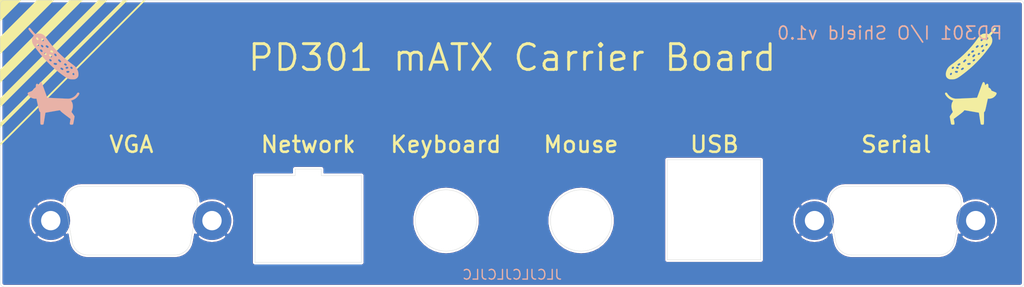
<source format=kicad_pcb>
(kicad_pcb (version 20171130) (host pcbnew "(5.1.10)-1")

  (general
    (thickness 0.8)
    (drawings 56)
    (tracks 0)
    (zones 0)
    (modules 8)
    (nets 2)
  )

  (page A4 portrait)
  (layers
    (0 F.Cu signal)
    (31 B.Cu signal)
    (36 B.SilkS user)
    (37 F.SilkS user)
    (38 B.Mask user)
    (39 F.Mask user)
    (40 Dwgs.User user)
    (41 Cmts.User user)
    (42 Eco1.User user)
    (43 Eco2.User user)
    (44 Edge.Cuts user)
    (45 Margin user)
    (46 B.CrtYd user)
    (47 F.CrtYd user)
    (48 B.Fab user)
    (49 F.Fab user)
  )

  (setup
    (last_trace_width 0.254)
    (user_trace_width 0.2)
    (user_trace_width 0.254)
    (user_trace_width 0.381)
    (user_trace_width 0.4826)
    (user_trace_width 0.635)
    (user_trace_width 0.762)
    (user_trace_width 1.016)
    (user_trace_width 1.27)
    (trace_clearance 0.2)
    (zone_clearance 0.3048)
    (zone_45_only no)
    (trace_min 0.2)
    (via_size 0.6)
    (via_drill 0.4)
    (via_min_size 0.4)
    (via_min_drill 0.3)
    (user_via 0.6 0.4)
    (user_via 0.9 0.6)
    (uvia_size 0.3)
    (uvia_drill 0.1)
    (uvias_allowed no)
    (uvia_min_size 0.2)
    (uvia_min_drill 0.1)
    (edge_width 0.05)
    (segment_width 0.2)
    (pcb_text_width 0.3)
    (pcb_text_size 1.5 1.5)
    (mod_edge_width 0.15)
    (mod_text_size 1 1)
    (mod_text_width 0.15)
    (pad_size 4 4)
    (pad_drill 3.2)
    (pad_to_mask_clearance 0)
    (aux_axis_origin 25.4 228.6)
    (visible_elements 7FFFFFFF)
    (pcbplotparams
      (layerselection 0x010f0_ffffffff)
      (usegerberextensions false)
      (usegerberattributes true)
      (usegerberadvancedattributes true)
      (creategerberjobfile true)
      (excludeedgelayer true)
      (linewidth 0.100000)
      (plotframeref false)
      (viasonmask false)
      (mode 1)
      (useauxorigin true)
      (hpglpennumber 1)
      (hpglpenspeed 20)
      (hpglpendiameter 15.000000)
      (psnegative false)
      (psa4output false)
      (plotreference true)
      (plotvalue true)
      (plotinvisibletext false)
      (padsonsilk true)
      (subtractmaskfromsilk false)
      (outputformat 1)
      (mirror false)
      (drillshape 0)
      (scaleselection 1)
      (outputdirectory "gerbers/"))
  )

  (net 0 "")
  (net 1 GND)

  (net_class Default "This is the default net class."
    (clearance 0.2)
    (trace_width 0.254)
    (via_dia 0.6)
    (via_drill 0.4)
    (uvia_dia 0.3)
    (uvia_drill 0.1)
    (add_net GND)
  )

  (net_class Power ""
    (clearance 0.2)
    (trace_width 0.635)
    (via_dia 0.9)
    (via_drill 0.6)
    (uvia_dia 0.3)
    (uvia_drill 0.1)
  )

  (module backpanel:Symbol-Dog-8mm (layer F.Cu) (tedit 0) (tstamp 61658E58)
    (at 175.895 41.275)
    (fp_text reference Ref** (at 0 0) (layer F.SilkS) hide
      (effects (font (size 1.27 1.27) (thickness 0.15)))
    )
    (fp_text value Val** (at 0 0) (layer F.SilkS) hide
      (effects (font (size 1.27 1.27) (thickness 0.15)))
    )
    (fp_poly (pts (xy 2.039944 -3.181266) (xy 2.10128 -3.143691) (xy 2.132093 -3.103875) (xy 2.146721 -3.063223)
      (xy 2.168259 -2.994204) (xy 2.192844 -2.909389) (xy 2.201563 -2.877893) (xy 2.250938 -2.697202)
      (xy 2.370049 -2.819685) (xy 2.450793 -2.894694) (xy 2.516535 -2.934663) (xy 2.573842 -2.940976)
      (xy 2.629277 -2.915021) (xy 2.666607 -2.882316) (xy 2.692974 -2.853354) (xy 2.711029 -2.822878)
      (xy 2.723131 -2.781572) (xy 2.73164 -2.720122) (xy 2.738916 -2.629212) (xy 2.741824 -2.585383)
      (xy 2.75719 -2.348301) (xy 2.860884 -2.303693) (xy 2.952825 -2.249196) (xy 3.042105 -2.17071)
      (xy 3.117799 -2.080065) (xy 3.168982 -1.989094) (xy 3.179185 -1.958984) (xy 3.202564 -1.871576)
      (xy 3.569762 -1.725934) (xy 3.688053 -1.677846) (xy 3.794004 -1.632569) (xy 3.880746 -1.593216)
      (xy 3.941411 -1.562897) (xy 3.96873 -1.545188) (xy 4.000453 -1.480534) (xy 3.999591 -1.398356)
      (xy 3.969583 -1.303368) (xy 3.91387 -1.200283) (xy 3.835889 -1.093812) (xy 3.739079 -0.988669)
      (xy 3.626881 -0.889567) (xy 3.502733 -0.801218) (xy 3.373981 -0.730173) (xy 3.209928 -0.66952)
      (xy 3.027406 -0.630344) (xy 2.846479 -0.616593) (xy 2.801991 -0.617678) (xy 2.651232 -0.624967)
      (xy 2.456198 0.274891) (xy 2.413886 0.467928) (xy 2.372786 0.651319) (xy 2.334046 0.820225)
      (xy 2.298816 0.969806) (xy 2.268246 1.095226) (xy 2.243485 1.191643) (xy 2.225684 1.25422)
      (xy 2.219129 1.272803) (xy 2.180309 1.345389) (xy 2.132611 1.411497) (xy 2.11513 1.430221)
      (xy 2.053166 1.489586) (xy 2.053166 2.375677) (xy 2.05326 2.611375) (xy 2.052937 2.808231)
      (xy 2.051294 2.969735) (xy 2.047425 3.099375) (xy 2.040425 3.20064) (xy 2.029389 3.27702)
      (xy 2.013412 3.332003) (xy 1.99159 3.369078) (xy 1.963017 3.391735) (xy 1.926789 3.403462)
      (xy 1.882001 3.407748) (xy 1.827747 3.408082) (xy 1.78546 3.407833) (xy 1.686808 3.403766)
      (xy 1.620874 3.389015) (xy 1.578601 3.359754) (xy 1.550932 3.312159) (xy 1.549331 3.3081)
      (xy 1.541173 3.274695) (xy 1.527511 3.204255) (xy 1.509164 3.101606) (xy 1.486951 2.97157)
      (xy 1.461692 2.818973) (xy 1.434206 2.648639) (xy 1.405311 2.465391) (xy 1.39553 2.402416)
      (xy 1.367034 2.21861) (xy 1.340521 2.048341) (xy 1.316692 1.896039) (xy 1.296243 1.766135)
      (xy 1.279875 1.663061) (xy 1.268285 1.591247) (xy 1.262171 1.555123) (xy 1.261424 1.551668)
      (xy 1.240612 1.546971) (xy 1.185182 1.53666) (xy 1.102284 1.522007) (xy 0.999066 1.504287)
      (xy 0.930779 1.492783) (xy 0.832506 1.476211) (xy 0.699834 1.453648) (xy 0.540075 1.426347)
      (xy 0.360538 1.395561) (xy 0.168533 1.362543) (xy -0.028628 1.328546) (xy -0.199122 1.29907)
      (xy -0.404209 1.263701) (xy -0.571547 1.235264) (xy -0.705062 1.213265) (xy -0.808682 1.197209)
      (xy -0.886334 1.1866) (xy -0.941945 1.180945) (xy -0.979441 1.179748) (xy -1.002751 1.182515)
      (xy -1.015801 1.188751) (xy -1.021269 1.1955) (xy -1.051774 1.244338) (xy -1.09086 1.295266)
      (xy -1.141647 1.350995) (xy -1.207252 1.414239) (xy -1.290795 1.48771) (xy -1.395394 1.57412)
      (xy -1.524166 1.676184) (xy -1.680232 1.796613) (xy -1.866708 1.938119) (xy -1.928365 1.984574)
      (xy -2.638914 2.519231) (xy -2.579076 2.841824) (xy -2.549061 3.009584) (xy -2.529755 3.140528)
      (xy -2.52283 3.239196) (xy -2.529958 3.310127) (xy -2.552809 3.357863) (xy -2.593055 3.386944)
      (xy -2.652367 3.401911) (xy -2.732416 3.407303) (xy -2.787408 3.407833) (xy -2.879035 3.406186)
      (xy -2.938957 3.399896) (xy -2.977721 3.386939) (xy -3.005129 3.366038) (xy -3.041121 3.316589)
      (xy -3.05778 3.27608) (xy -3.07 3.217437) (xy -3.087077 3.12935) (xy -3.107799 3.018674)
      (xy -3.130952 2.892264) (xy -3.155323 2.756974) (xy -3.179698 2.61966) (xy -3.202863 2.487177)
      (xy -3.223605 2.366379) (xy -3.240711 2.264122) (xy -3.252965 2.187261) (xy -3.259156 2.14265)
      (xy -3.259667 2.135722) (xy -3.246364 2.097499) (xy -3.207548 2.029375) (xy -3.144859 1.933924)
      (xy -3.059936 1.813725) (xy -3.019573 1.758565) (xy -2.779479 1.4333) (xy -2.840612 1.287797)
      (xy -2.928555 1.03545) (xy -2.981296 0.783934) (xy -2.998969 0.53762) (xy -2.981707 0.300882)
      (xy -2.92964 0.07809) (xy -2.842903 -0.126383) (xy -2.795309 -0.207075) (xy -2.714563 -0.332004)
      (xy -2.818339 -0.358601) (xy -2.918778 -0.392105) (xy -3.040106 -0.444324) (xy -3.169275 -0.508666)
      (xy -3.293235 -0.578542) (xy -3.39894 -0.647361) (xy -3.418417 -0.661681) (xy -3.612283 -0.830748)
      (xy -3.787851 -1.028466) (xy -3.893809 -1.177574) (xy -3.954407 -1.279401) (xy -3.988174 -1.35749)
      (xy -3.996569 -1.419591) (xy -3.981056 -1.473454) (xy -3.956631 -1.510563) (xy -3.909946 -1.552082)
      (xy -3.848241 -1.566042) (xy -3.833676 -1.566334) (xy -3.768589 -1.559631) (xy -3.718971 -1.534235)
      (xy -3.673673 -1.48221) (xy -3.640331 -1.42875) (xy -3.496375 -1.222001) (xy -3.321218 -1.040014)
      (xy -3.120153 -0.886153) (xy -2.898476 -0.76378) (xy -2.661483 -0.676257) (xy -2.414467 -0.626946)
      (xy -2.370667 -0.622502) (xy -2.32824 -0.621573) (xy -2.249336 -0.622635) (xy -2.137869 -0.625505)
      (xy -1.997752 -0.63) (xy -1.832901 -0.635938) (xy -1.64723 -0.643136) (xy -1.444652 -0.651412)
      (xy -1.229081 -0.660582) (xy -1.004433 -0.670465) (xy -0.77462 -0.680877) (xy -0.543558 -0.691637)
      (xy -0.31516 -0.702562) (xy -0.09334 -0.713468) (xy 0.117987 -0.724174) (xy 0.314907 -0.734497)
      (xy 0.493507 -0.744255) (xy 0.649871 -0.753264) (xy 0.780087 -0.761342) (xy 0.880239 -0.768307)
      (xy 0.946413 -0.773975) (xy 0.974696 -0.778166) (xy 0.975376 -0.77858) (xy 0.984749 -0.800731)
      (xy 1.007153 -0.859157) (xy 1.041278 -0.950306) (xy 1.085818 -1.07062) (xy 1.139465 -1.216545)
      (xy 1.200911 -1.384526) (xy 1.26885 -1.571008) (xy 1.341973 -1.772436) (xy 1.407532 -1.953588)
      (xy 1.499193 -2.206902) (xy 1.57791 -2.423266) (xy 1.645 -2.605586) (xy 1.701779 -2.756771)
      (xy 1.749566 -2.879728) (xy 1.789676 -2.977366) (xy 1.823428 -3.052592) (xy 1.852138 -3.108314)
      (xy 1.877123 -3.147441) (xy 1.8997 -3.172879) (xy 1.921187 -3.187537) (xy 1.942901 -3.194322)
      (xy 1.966159 -3.196142) (xy 1.970358 -3.196167) (xy 2.039944 -3.181266)) (layer F.SilkS) (width 0.01))
  )

  (module backpanel:Symbol-Pickle-8mm (layer F.Cu) (tedit 0) (tstamp 61658E6D)
    (at 175.895 33.655)
    (fp_text reference Ref** (at 0 0) (layer F.SilkS) hide
      (effects (font (size 1.27 1.27) (thickness 0.15)))
    )
    (fp_text value Val** (at 0 0) (layer F.SilkS) hide
      (effects (font (size 1.27 1.27) (thickness 0.15)))
    )
    (fp_poly (pts (xy 3.801493 -3.982047) (xy 3.852678 -3.935921) (xy 3.887143 -3.875971) (xy 3.894666 -3.835638)
      (xy 3.878749 -3.775922) (xy 3.831102 -3.688563) (xy 3.751878 -3.573766) (xy 3.641233 -3.431737)
      (xy 3.499321 -3.26268) (xy 3.326297 -3.066799) (xy 3.25277 -2.985754) (xy 3.070301 -2.785925)
      (xy 3.123258 -2.716495) (xy 3.196331 -2.600007) (xy 3.260476 -2.459285) (xy 3.308115 -2.312408)
      (xy 3.324309 -2.236892) (xy 3.339402 -2.025334) (xy 3.316426 -1.808995) (xy 3.257305 -1.596972)
      (xy 3.163964 -1.39836) (xy 3.137784 -1.355416) (xy 3.06111 -1.240279) (xy 2.961639 -1.098461)
      (xy 2.84376 -0.935728) (xy 2.711863 -0.75785) (xy 2.570337 -0.570594) (xy 2.423572 -0.379727)
      (xy 2.275958 -0.191019) (xy 2.131883 -0.010236) (xy 1.995739 0.156853) (xy 1.896857 0.275166)
      (xy 1.702145 0.49943) (xy 1.484147 0.740863) (xy 1.250029 0.992076) (xy 1.006959 1.245677)
      (xy 0.762102 1.494277) (xy 0.522626 1.730485) (xy 0.295697 1.946911) (xy 0.116416 2.11124)
      (xy -0.078933 2.28327) (xy -0.285338 2.459565) (xy -0.498998 2.637231) (xy -0.71611 2.813375)
      (xy -0.932875 2.985101) (xy -1.145491 3.149516) (xy -1.350157 3.303725) (xy -1.543072 3.444835)
      (xy -1.720435 3.56995) (xy -1.878444 3.676177) (xy -2.0133 3.760622) (xy -2.1212 3.82039)
      (xy -2.140588 3.829774) (xy -2.302539 3.899367) (xy -2.451724 3.948245) (xy -2.601774 3.979252)
      (xy -2.76632 3.995236) (xy -2.951445 3.999084) (xy -3.084394 3.996371) (xy -3.199113 3.989978)
      (xy -3.287101 3.980532) (xy -3.33375 3.970821) (xy -3.487429 3.904632) (xy -3.622237 3.812195)
      (xy -3.73109 3.699783) (xy -3.806906 3.573671) (xy -3.820126 3.540002) (xy -3.85912 3.372375)
      (xy -3.867066 3.212124) (xy -3.236257 3.212124) (xy -3.220405 3.27986) (xy -3.173891 3.329792)
      (xy -3.147948 3.342368) (xy -3.087942 3.352064) (xy -3.032869 3.330201) (xy -2.974067 3.272889)
      (xy -2.963111 3.259385) (xy -2.916187 3.1789) (xy -2.902348 3.104079) (xy -2.91965 3.042011)
      (xy -2.966148 2.999789) (xy -3.038505 2.9845) (xy -3.09491 2.994917) (xy -3.146809 3.031765)
      (xy -3.172808 3.059319) (xy -3.220656 3.135604) (xy -3.236257 3.212124) (xy -3.867066 3.212124)
      (xy -3.868481 3.183592) (xy -3.848948 2.981984) (xy -3.814732 2.834094) (xy -2.46321 2.834094)
      (xy -2.435042 2.899746) (xy -2.372753 2.955615) (xy -2.349476 2.968592) (xy -2.24477 3.001965)
      (xy -2.14228 2.994099) (xy -2.084777 2.972431) (xy -2.021822 2.926238) (xy -1.984596 2.865606)
      (xy -1.978819 2.802238) (xy -1.98838 2.775238) (xy -2.041068 2.717885) (xy -2.114306 2.693259)
      (xy -2.161595 2.696093) (xy -2.22632 2.698285) (xy -2.27551 2.688131) (xy -2.346325 2.681579)
      (xy -2.410632 2.711079) (xy -2.45333 2.766304) (xy -2.46321 2.834094) (xy -3.814732 2.834094)
      (xy -3.801263 2.77588) (xy -3.736319 2.596757) (xy -3.666769 2.446327) (xy -3.651419 2.418633)
      (xy -1.525668 2.418633) (xy -1.51017 2.482403) (xy -1.49105 2.514123) (xy -1.441236 2.553153)
      (xy -1.370973 2.556271) (xy -1.279271 2.523502) (xy -1.271984 2.519845) (xy -1.184595 2.467906)
      (xy -1.114866 2.412316) (xy -1.070465 2.360067) (xy -1.058334 2.32506) (xy -1.077354 2.249567)
      (xy -1.128695 2.193359) (xy -1.157368 2.178728) (xy -1.192843 2.17116) (xy -1.233627 2.178375)
      (xy -1.290814 2.20359) (xy -1.346309 2.233541) (xy -1.445502 2.297623) (xy -1.5047 2.35818)
      (xy -1.525668 2.418633) (xy -3.651419 2.418633) (xy -3.593098 2.313413) (xy -3.574506 2.286242)
      (xy -2.963148 2.286242) (xy -2.936915 2.343464) (xy -2.926292 2.35404) (xy -2.868574 2.391641)
      (xy -2.811384 2.398039) (xy -2.747061 2.371834) (xy -2.667943 2.311625) (xy -2.66103 2.305549)
      (xy -2.604661 2.236133) (xy -2.599642 2.218837) (xy -2.279147 2.218837) (xy -2.254446 2.278135)
      (xy -2.216959 2.310231) (xy -2.117273 2.350892) (xy -2.024499 2.365035) (xy -1.947751 2.352245)
      (xy -1.905825 2.324342) (xy -1.869775 2.258697) (xy -1.866648 2.184898) (xy -1.890334 2.129254)
      (xy -1.932926 2.09732) (xy -2.001624 2.070235) (xy -2.080208 2.052061) (xy -2.152457 2.046862)
      (xy -2.192062 2.053665) (xy -2.24667 2.093354) (xy -2.276127 2.152827) (xy -2.279147 2.218837)
      (xy -2.599642 2.218837) (xy -2.584401 2.16632) (xy -2.59788 2.103999) (xy -2.64273 2.057058)
      (xy -2.71658 2.033386) (xy -2.7432 2.032) (xy -2.816746 2.048241) (xy -2.880691 2.090893)
      (xy -2.929859 2.150849) (xy -2.95907 2.219001) (xy -2.963148 2.286242) (xy -3.574506 2.286242)
      (xy -3.510199 2.192262) (xy -3.412964 2.077119) (xy -3.296286 1.962232) (xy -3.155057 1.841846)
      (xy -3.04714 1.758716) (xy -2.053073 1.758716) (xy -2.03372 1.82069) (xy -2.006124 1.850883)
      (xy -1.954747 1.876897) (xy -1.900729 1.879112) (xy -1.833995 1.856024) (xy -1.75694 1.813696)
      (xy -1.662789 1.747652) (xy -1.608563 1.685645) (xy -1.592415 1.624835) (xy -1.596613 1.608157)
      (xy -0.550334 1.608157) (xy -0.533581 1.660615) (xy -0.492743 1.714791) (xy -0.441946 1.754189)
      (xy -0.41762 1.763117) (xy -0.35488 1.772689) (xy -0.302253 1.771666) (xy -0.240112 1.758514)
      (xy -0.195505 1.745775) (xy -0.10813 1.707763) (xy -0.041726 1.65533) (xy -0.004779 1.596217)
      (xy 0 1.56747) (xy -0.01367 1.527383) (xy -0.044993 1.483688) (xy -0.082236 1.452712)
      (xy -0.125463 1.443599) (xy -0.177285 1.448673) (xy -0.255595 1.458093) (xy -0.343536 1.465262)
      (xy -0.366991 1.466517) (xy -0.454503 1.48444) (xy -0.517213 1.525956) (xy -0.548228 1.58574)
      (xy -0.550334 1.608157) (xy -1.596613 1.608157) (xy -1.60406 1.578575) (xy -1.642716 1.527688)
      (xy -1.684557 1.498158) (xy -1.720536 1.486568) (xy -1.757682 1.489946) (xy -1.809117 1.511155)
      (xy -1.855787 1.535512) (xy -1.925022 1.575436) (xy -1.983978 1.613839) (xy -2.012419 1.635949)
      (xy -2.04614 1.691451) (xy -2.053073 1.758716) (xy -3.04714 1.758716) (xy -2.984169 1.710209)
      (xy -2.88466 1.6374) (xy -2.416244 1.288943) (xy -2.350772 1.236956) (xy -1.2065 1.236956)
      (xy -1.188454 1.285035) (xy -1.143821 1.332137) (xy -1.08686 1.366159) (xy -1.042853 1.375833)
      (xy -1.004828 1.367799) (xy -0.959063 1.34044) (xy -0.898709 1.288868) (xy -0.838162 1.22976)
      (xy -0.762282 1.149197) (xy -0.715929 1.089196) (xy -0.713716 1.084404) (xy 0.28233 1.084404)
      (xy 0.303404 1.147842) (xy 0.325093 1.173684) (xy 0.372057 1.212088) (xy 0.417319 1.224036)
      (xy 0.471835 1.209031) (xy 0.54656 1.166575) (xy 0.551519 1.163405) (xy 0.636477 1.095501)
      (xy 0.681738 1.027166) (xy 0.686384 0.960296) (xy 0.668998 0.92121) (xy 0.616312 0.866966)
      (xy 0.552772 0.850711) (xy 0.476315 0.872631) (xy 0.384873 0.932911) (xy 0.36614 0.94829)
      (xy 0.303273 1.017718) (xy 0.28233 1.084404) (xy -0.713716 1.084404) (xy -0.695209 1.044337)
      (xy -0.693209 1.027976) (xy -0.71196 0.95757) (xy -0.761939 0.908191) (xy -0.833731 0.889013)
      (xy -0.835787 0.889) (xy -0.872285 0.89405) (xy -0.91062 0.91282) (xy -0.958383 0.950734)
      (xy -1.023167 1.013219) (xy -1.054757 1.045494) (xy -1.118347 1.114313) (xy -1.168832 1.175111)
      (xy -1.199822 1.219828) (xy -1.2065 1.236956) (xy -2.350772 1.236956) (xy -1.97836 0.94125)
      (xy -1.560353 0.585297) (xy -1.400343 0.4392) (xy 0.231506 0.4392) (xy 0.240679 0.503778)
      (xy 0.289604 0.55693) (xy 0.306916 0.567885) (xy 0.362806 0.584032) (xy 0.425638 0.568549)
      (xy 0.500238 0.519415) (xy 0.567066 0.459019) (xy 0.648927 0.366469) (xy 0.691193 0.287552)
      (xy 0.694002 0.22129) (xy 0.657493 0.166703) (xy 0.612333 0.136807) (xy 0.560187 0.120069)
      (xy 0.50744 0.127815) (xy 0.447597 0.163195) (xy 0.374161 0.229361) (xy 0.332708 0.272411)
      (xy 0.262158 0.362357) (xy 0.231506 0.4392) (xy -1.400343 0.4392) (xy -1.252169 0.30391)
      (xy -0.483784 0.30391) (xy -0.467854 0.342587) (xy -0.435796 0.374169) (xy -0.378999 0.412076)
      (xy -0.326819 0.418273) (xy -0.27112 0.391) (xy -0.203764 0.328494) (xy -0.198437 0.322791)
      (xy -0.129746 0.239741) (xy -0.094632 0.171879) (xy -0.090643 0.112171) (xy -0.0986 0.091178)
      (xy 1.081091 0.091178) (xy 1.10191 0.154184) (xy 1.125522 0.183844) (xy 1.182041 0.22402)
      (xy 1.243476 0.226108) (xy 1.314077 0.189596) (xy 1.354605 0.156286) (xy 1.417059 0.084953)
      (xy 1.438546 0.019083) (xy 1.419568 -0.044364) (xy 1.39331 -0.078011) (xy 1.333621 -0.119576)
      (xy 1.268896 -0.120812) (xy 1.196932 -0.081441) (xy 1.159767 -0.048621) (xy 1.1002 0.024775)
      (xy 1.081091 0.091178) (xy -0.0986 0.091178) (xy -0.108536 0.064966) (xy -0.144856 0.023927)
      (xy -0.202495 0.005703) (xy -0.219575 0.003897) (xy -0.27089 0.003959) (xy -0.311556 0.019276)
      (xy -0.356668 0.057212) (xy -0.381965 0.083126) (xy -0.442682 0.161968) (xy -0.476478 0.238528)
      (xy -0.478324 0.247023) (xy -0.483784 0.30391) (xy -1.252169 0.30391) (xy -1.151569 0.212058)
      (xy -0.801967 -0.12695) (xy -0.67297 -0.257834) (xy 0.062139 -0.257834) (xy 0.076069 -0.199057)
      (xy 0.11504 -0.154943) (xy 0.17333 -0.13147) (xy 0.245218 -0.134614) (xy 0.324981 -0.170352)
      (xy 0.338666 -0.179917) (xy 0.389535 -0.213105) (xy 0.429181 -0.231515) (xy 0.436828 -0.232834)
      (xy 0.471358 -0.250941) (xy 0.504445 -0.294835) (xy 0.525939 -0.348875) (xy 0.529131 -0.374843)
      (xy 1.672166 -0.374843) (xy 1.690795 -0.318357) (xy 1.737412 -0.268322) (xy 1.798116 -0.237295)
      (xy 1.829382 -0.232834) (xy 1.872748 -0.238833) (xy 1.915346 -0.261221) (xy 1.96738 -0.306585)
      (xy 2.007762 -0.347983) (xy 2.072739 -0.422499) (xy 2.106477 -0.479838) (xy 2.111224 -0.528724)
      (xy 2.089226 -0.577881) (xy 2.072797 -0.600396) (xy 2.02431 -0.64551) (xy 1.972205 -0.657458)
      (xy 1.911824 -0.635086) (xy 1.838511 -0.577239) (xy 1.791805 -0.530739) (xy 1.736117 -0.468831)
      (xy 1.69424 -0.415565) (xy 1.673304 -0.380231) (xy 1.672166 -0.374843) (xy 0.529131 -0.374843)
      (xy 0.529166 -0.375127) (xy 0.510013 -0.437645) (xy 0.45937 -0.484465) (xy 0.387462 -0.507106)
      (xy 0.369025 -0.508) (xy 0.291701 -0.499162) (xy 0.222166 -0.468297) (xy 0.146699 -0.408885)
      (xy 0.132291 -0.395475) (xy 0.078973 -0.325299) (xy 0.062139 -0.257834) (xy -0.67297 -0.257834)
      (xy -0.501326 -0.431987) (xy -0.220814 -0.72977) (xy 0.03536 -1.016) (xy 0.762 -1.016)
      (xy 0.77451 -0.974549) (xy 0.804723 -0.925074) (xy 0.805869 -0.923605) (xy 0.862055 -0.877026)
      (xy 0.927281 -0.870167) (xy 1.003212 -0.903183) (xy 1.060359 -0.947209) (xy 1.135588 -1.014298)
      (xy 1.184224 -1.060904) (xy 1.211975 -1.093906) (xy 1.212889 -1.095818) (xy 1.56482 -1.095818)
      (xy 1.571835 -1.032452) (xy 1.613376 -0.985451) (xy 1.673505 -0.956298) (xy 1.732478 -0.958655)
      (xy 1.797622 -0.994551) (xy 1.86569 -1.05531) (xy 1.934837 -1.135928) (xy 1.966191 -1.203865)
      (xy 1.960753 -1.26338) (xy 1.929056 -1.308244) (xy 2.262673 -1.308244) (xy 2.27021 -1.244846)
      (xy 2.311876 -1.197117) (xy 2.377097 -1.167177) (xy 2.442085 -1.172824) (xy 2.513184 -1.21552)
      (xy 2.555073 -1.253241) (xy 2.617888 -1.326249) (xy 2.642908 -1.38825) (xy 2.631103 -1.445247)
      (xy 2.593878 -1.493213) (xy 2.540829 -1.533063) (xy 2.488162 -1.540225) (xy 2.428177 -1.513534)
      (xy 2.35961 -1.457805) (xy 2.292714 -1.380544) (xy 2.262673 -1.308244) (xy 1.929056 -1.308244)
      (xy 1.926166 -1.312334) (xy 1.869031 -1.349794) (xy 1.806455 -1.35032) (xy 1.734725 -1.313089)
      (xy 1.667602 -1.254921) (xy 1.596858 -1.170545) (xy 1.56482 -1.095818) (xy 1.212889 -1.095818)
      (xy 1.22455 -1.120185) (xy 1.227656 -1.146621) (xy 1.227666 -1.148874) (xy 1.209894 -1.221853)
      (xy 1.162139 -1.272201) (xy 1.092742 -1.291166) (xy 1.092058 -1.291167) (xy 1.025796 -1.276205)
      (xy 0.950641 -1.236932) (xy 0.876691 -1.181768) (xy 0.814048 -1.119133) (xy 0.772811 -1.057448)
      (xy 0.762 -1.016) (xy 0.03536 -1.016) (xy 0.04596 -1.027843) (xy 0.305393 -1.33375)
      (xy 0.563879 -1.655035) (xy 0.827812 -1.999241) (xy 0.871455 -2.058536) (xy 1.505537 -2.058536)
      (xy 1.524281 -2.016875) (xy 1.52483 -2.015897) (xy 1.575197 -1.956132) (xy 1.638426 -1.922417)
      (xy 1.695862 -1.920695) (xy 1.728762 -1.942726) (xy 1.77458 -1.989824) (xy 1.821075 -2.048692)
      (xy 1.877133 -2.137883) (xy 1.891622 -2.179997) (xy 2.31271 -2.179997) (xy 2.336418 -2.135358)
      (xy 2.353491 -2.117492) (xy 2.419351 -2.079512) (xy 2.4897 -2.083565) (xy 2.536785 -2.108332)
      (xy 2.596227 -2.162807) (xy 2.650803 -2.234374) (xy 2.691468 -2.308921) (xy 2.709173 -2.372337)
      (xy 2.709333 -2.377468) (xy 2.697888 -2.437293) (xy 2.674302 -2.480125) (xy 2.621343 -2.511489)
      (xy 2.556362 -2.51599) (xy 2.498745 -2.493456) (xy 2.486139 -2.481792) (xy 2.398892 -2.377832)
      (xy 2.342121 -2.296222) (xy 2.314002 -2.231947) (xy 2.31271 -2.179997) (xy 1.891622 -2.179997)
      (xy 1.901028 -2.207336) (xy 1.893809 -2.263567) (xy 1.862666 -2.307167) (xy 1.799499 -2.345675)
      (xy 1.730007 -2.344869) (xy 1.657903 -2.306563) (xy 1.586897 -2.232571) (xy 1.531413 -2.14528)
      (xy 1.507563 -2.094442) (xy 1.505537 -2.058536) (xy 0.871455 -2.058536) (xy 1.103588 -2.373913)
      (xy 1.108803 -2.381126) (xy 1.210562 -2.519885) (xy 1.294792 -2.629211) (xy 1.367096 -2.715122)
      (xy 1.433077 -2.783639) (xy 1.498337 -2.840783) (xy 1.56848 -2.892575) (xy 1.611232 -2.920999)
      (xy 1.750979 -3.00107) (xy 1.887177 -3.055105) (xy 2.032853 -3.086674) (xy 2.201032 -3.099343)
      (xy 2.264833 -3.099981) (xy 2.383326 -3.098057) (xy 2.47202 -3.091953) (xy 2.543373 -3.080038)
      (xy 2.609844 -3.060681) (xy 2.63525 -3.051474) (xy 2.70394 -3.025995) (xy 2.756927 -3.007066)
      (xy 2.780756 -2.99936) (xy 2.802212 -3.012733) (xy 2.846397 -3.053477) (xy 2.908766 -3.11659)
      (xy 2.984774 -3.197069) (xy 3.069874 -3.289911) (xy 3.159521 -3.390113) (xy 3.249168 -3.492673)
      (xy 3.33427 -3.592588) (xy 3.41028 -3.684854) (xy 3.455025 -3.74141) (xy 3.5347 -3.842487)
      (xy 3.595484 -3.913857) (xy 3.642875 -3.960416) (xy 3.682372 -3.987059) (xy 3.719474 -3.99868)
      (xy 3.74607 -4.0005) (xy 3.801493 -3.982047)) (layer F.SilkS) (width 0.01))
  )

  (module backpanel:Symbol-Pickle-8mm (layer B.Cu) (tedit 0) (tstamp 61658E82)
    (at 33.655 33.655 180)
    (fp_text reference Ref** (at 0 0) (layer B.SilkS) hide
      (effects (font (size 1.27 1.27) (thickness 0.15)) (justify mirror))
    )
    (fp_text value Val** (at 0 0) (layer B.SilkS) hide
      (effects (font (size 1.27 1.27) (thickness 0.15)) (justify mirror))
    )
    (fp_poly (pts (xy 3.801493 3.982047) (xy 3.852678 3.935921) (xy 3.887143 3.875971) (xy 3.894666 3.835638)
      (xy 3.878749 3.775922) (xy 3.831102 3.688563) (xy 3.751878 3.573766) (xy 3.641233 3.431737)
      (xy 3.499321 3.26268) (xy 3.326297 3.066799) (xy 3.25277 2.985754) (xy 3.070301 2.785925)
      (xy 3.123258 2.716495) (xy 3.196331 2.600007) (xy 3.260476 2.459285) (xy 3.308115 2.312408)
      (xy 3.324309 2.236892) (xy 3.339402 2.025334) (xy 3.316426 1.808995) (xy 3.257305 1.596972)
      (xy 3.163964 1.39836) (xy 3.137784 1.355416) (xy 3.06111 1.240279) (xy 2.961639 1.098461)
      (xy 2.84376 0.935728) (xy 2.711863 0.75785) (xy 2.570337 0.570594) (xy 2.423572 0.379727)
      (xy 2.275958 0.191019) (xy 2.131883 0.010236) (xy 1.995739 -0.156853) (xy 1.896857 -0.275166)
      (xy 1.702145 -0.49943) (xy 1.484147 -0.740863) (xy 1.250029 -0.992076) (xy 1.006959 -1.245677)
      (xy 0.762102 -1.494277) (xy 0.522626 -1.730485) (xy 0.295697 -1.946911) (xy 0.116416 -2.11124)
      (xy -0.078933 -2.28327) (xy -0.285338 -2.459565) (xy -0.498998 -2.637231) (xy -0.71611 -2.813375)
      (xy -0.932875 -2.985101) (xy -1.145491 -3.149516) (xy -1.350157 -3.303725) (xy -1.543072 -3.444835)
      (xy -1.720435 -3.56995) (xy -1.878444 -3.676177) (xy -2.0133 -3.760622) (xy -2.1212 -3.82039)
      (xy -2.140588 -3.829774) (xy -2.302539 -3.899367) (xy -2.451724 -3.948245) (xy -2.601774 -3.979252)
      (xy -2.76632 -3.995236) (xy -2.951445 -3.999084) (xy -3.084394 -3.996371) (xy -3.199113 -3.989978)
      (xy -3.287101 -3.980532) (xy -3.33375 -3.970821) (xy -3.487429 -3.904632) (xy -3.622237 -3.812195)
      (xy -3.73109 -3.699783) (xy -3.806906 -3.573671) (xy -3.820126 -3.540002) (xy -3.85912 -3.372375)
      (xy -3.867066 -3.212124) (xy -3.236257 -3.212124) (xy -3.220405 -3.27986) (xy -3.173891 -3.329792)
      (xy -3.147948 -3.342368) (xy -3.087942 -3.352064) (xy -3.032869 -3.330201) (xy -2.974067 -3.272889)
      (xy -2.963111 -3.259385) (xy -2.916187 -3.1789) (xy -2.902348 -3.104079) (xy -2.91965 -3.042011)
      (xy -2.966148 -2.999789) (xy -3.038505 -2.9845) (xy -3.09491 -2.994917) (xy -3.146809 -3.031765)
      (xy -3.172808 -3.059319) (xy -3.220656 -3.135604) (xy -3.236257 -3.212124) (xy -3.867066 -3.212124)
      (xy -3.868481 -3.183592) (xy -3.848948 -2.981984) (xy -3.814732 -2.834094) (xy -2.46321 -2.834094)
      (xy -2.435042 -2.899746) (xy -2.372753 -2.955615) (xy -2.349476 -2.968592) (xy -2.24477 -3.001965)
      (xy -2.14228 -2.994099) (xy -2.084777 -2.972431) (xy -2.021822 -2.926238) (xy -1.984596 -2.865606)
      (xy -1.978819 -2.802238) (xy -1.98838 -2.775238) (xy -2.041068 -2.717885) (xy -2.114306 -2.693259)
      (xy -2.161595 -2.696093) (xy -2.22632 -2.698285) (xy -2.27551 -2.688131) (xy -2.346325 -2.681579)
      (xy -2.410632 -2.711079) (xy -2.45333 -2.766304) (xy -2.46321 -2.834094) (xy -3.814732 -2.834094)
      (xy -3.801263 -2.77588) (xy -3.736319 -2.596757) (xy -3.666769 -2.446327) (xy -3.651419 -2.418633)
      (xy -1.525668 -2.418633) (xy -1.51017 -2.482403) (xy -1.49105 -2.514123) (xy -1.441236 -2.553153)
      (xy -1.370973 -2.556271) (xy -1.279271 -2.523502) (xy -1.271984 -2.519845) (xy -1.184595 -2.467906)
      (xy -1.114866 -2.412316) (xy -1.070465 -2.360067) (xy -1.058334 -2.32506) (xy -1.077354 -2.249567)
      (xy -1.128695 -2.193359) (xy -1.157368 -2.178728) (xy -1.192843 -2.17116) (xy -1.233627 -2.178375)
      (xy -1.290814 -2.20359) (xy -1.346309 -2.233541) (xy -1.445502 -2.297623) (xy -1.5047 -2.35818)
      (xy -1.525668 -2.418633) (xy -3.651419 -2.418633) (xy -3.593098 -2.313413) (xy -3.574506 -2.286242)
      (xy -2.963148 -2.286242) (xy -2.936915 -2.343464) (xy -2.926292 -2.35404) (xy -2.868574 -2.391641)
      (xy -2.811384 -2.398039) (xy -2.747061 -2.371834) (xy -2.667943 -2.311625) (xy -2.66103 -2.305549)
      (xy -2.604661 -2.236133) (xy -2.599642 -2.218837) (xy -2.279147 -2.218837) (xy -2.254446 -2.278135)
      (xy -2.216959 -2.310231) (xy -2.117273 -2.350892) (xy -2.024499 -2.365035) (xy -1.947751 -2.352245)
      (xy -1.905825 -2.324342) (xy -1.869775 -2.258697) (xy -1.866648 -2.184898) (xy -1.890334 -2.129254)
      (xy -1.932926 -2.09732) (xy -2.001624 -2.070235) (xy -2.080208 -2.052061) (xy -2.152457 -2.046862)
      (xy -2.192062 -2.053665) (xy -2.24667 -2.093354) (xy -2.276127 -2.152827) (xy -2.279147 -2.218837)
      (xy -2.599642 -2.218837) (xy -2.584401 -2.16632) (xy -2.59788 -2.103999) (xy -2.64273 -2.057058)
      (xy -2.71658 -2.033386) (xy -2.7432 -2.032) (xy -2.816746 -2.048241) (xy -2.880691 -2.090893)
      (xy -2.929859 -2.150849) (xy -2.95907 -2.219001) (xy -2.963148 -2.286242) (xy -3.574506 -2.286242)
      (xy -3.510199 -2.192262) (xy -3.412964 -2.077119) (xy -3.296286 -1.962232) (xy -3.155057 -1.841846)
      (xy -3.04714 -1.758716) (xy -2.053073 -1.758716) (xy -2.03372 -1.82069) (xy -2.006124 -1.850883)
      (xy -1.954747 -1.876897) (xy -1.900729 -1.879112) (xy -1.833995 -1.856024) (xy -1.75694 -1.813696)
      (xy -1.662789 -1.747652) (xy -1.608563 -1.685645) (xy -1.592415 -1.624835) (xy -1.596613 -1.608157)
      (xy -0.550334 -1.608157) (xy -0.533581 -1.660615) (xy -0.492743 -1.714791) (xy -0.441946 -1.754189)
      (xy -0.41762 -1.763117) (xy -0.35488 -1.772689) (xy -0.302253 -1.771666) (xy -0.240112 -1.758514)
      (xy -0.195505 -1.745775) (xy -0.10813 -1.707763) (xy -0.041726 -1.65533) (xy -0.004779 -1.596217)
      (xy 0 -1.56747) (xy -0.01367 -1.527383) (xy -0.044993 -1.483688) (xy -0.082236 -1.452712)
      (xy -0.125463 -1.443599) (xy -0.177285 -1.448673) (xy -0.255595 -1.458093) (xy -0.343536 -1.465262)
      (xy -0.366991 -1.466517) (xy -0.454503 -1.48444) (xy -0.517213 -1.525956) (xy -0.548228 -1.58574)
      (xy -0.550334 -1.608157) (xy -1.596613 -1.608157) (xy -1.60406 -1.578575) (xy -1.642716 -1.527688)
      (xy -1.684557 -1.498158) (xy -1.720536 -1.486568) (xy -1.757682 -1.489946) (xy -1.809117 -1.511155)
      (xy -1.855787 -1.535512) (xy -1.925022 -1.575436) (xy -1.983978 -1.613839) (xy -2.012419 -1.635949)
      (xy -2.04614 -1.691451) (xy -2.053073 -1.758716) (xy -3.04714 -1.758716) (xy -2.984169 -1.710209)
      (xy -2.88466 -1.6374) (xy -2.416244 -1.288943) (xy -2.350772 -1.236956) (xy -1.2065 -1.236956)
      (xy -1.188454 -1.285035) (xy -1.143821 -1.332137) (xy -1.08686 -1.366159) (xy -1.042853 -1.375833)
      (xy -1.004828 -1.367799) (xy -0.959063 -1.34044) (xy -0.898709 -1.288868) (xy -0.838162 -1.22976)
      (xy -0.762282 -1.149197) (xy -0.715929 -1.089196) (xy -0.713716 -1.084404) (xy 0.28233 -1.084404)
      (xy 0.303404 -1.147842) (xy 0.325093 -1.173684) (xy 0.372057 -1.212088) (xy 0.417319 -1.224036)
      (xy 0.471835 -1.209031) (xy 0.54656 -1.166575) (xy 0.551519 -1.163405) (xy 0.636477 -1.095501)
      (xy 0.681738 -1.027166) (xy 0.686384 -0.960296) (xy 0.668998 -0.92121) (xy 0.616312 -0.866966)
      (xy 0.552772 -0.850711) (xy 0.476315 -0.872631) (xy 0.384873 -0.932911) (xy 0.36614 -0.94829)
      (xy 0.303273 -1.017718) (xy 0.28233 -1.084404) (xy -0.713716 -1.084404) (xy -0.695209 -1.044337)
      (xy -0.693209 -1.027976) (xy -0.71196 -0.95757) (xy -0.761939 -0.908191) (xy -0.833731 -0.889013)
      (xy -0.835787 -0.889) (xy -0.872285 -0.89405) (xy -0.91062 -0.91282) (xy -0.958383 -0.950734)
      (xy -1.023167 -1.013219) (xy -1.054757 -1.045494) (xy -1.118347 -1.114313) (xy -1.168832 -1.175111)
      (xy -1.199822 -1.219828) (xy -1.2065 -1.236956) (xy -2.350772 -1.236956) (xy -1.97836 -0.94125)
      (xy -1.560353 -0.585297) (xy -1.400343 -0.4392) (xy 0.231506 -0.4392) (xy 0.240679 -0.503778)
      (xy 0.289604 -0.55693) (xy 0.306916 -0.567885) (xy 0.362806 -0.584032) (xy 0.425638 -0.568549)
      (xy 0.500238 -0.519415) (xy 0.567066 -0.459019) (xy 0.648927 -0.366469) (xy 0.691193 -0.287552)
      (xy 0.694002 -0.22129) (xy 0.657493 -0.166703) (xy 0.612333 -0.136807) (xy 0.560187 -0.120069)
      (xy 0.50744 -0.127815) (xy 0.447597 -0.163195) (xy 0.374161 -0.229361) (xy 0.332708 -0.272411)
      (xy 0.262158 -0.362357) (xy 0.231506 -0.4392) (xy -1.400343 -0.4392) (xy -1.252169 -0.30391)
      (xy -0.483784 -0.30391) (xy -0.467854 -0.342587) (xy -0.435796 -0.374169) (xy -0.378999 -0.412076)
      (xy -0.326819 -0.418273) (xy -0.27112 -0.391) (xy -0.203764 -0.328494) (xy -0.198437 -0.322791)
      (xy -0.129746 -0.239741) (xy -0.094632 -0.171879) (xy -0.090643 -0.112171) (xy -0.0986 -0.091178)
      (xy 1.081091 -0.091178) (xy 1.10191 -0.154184) (xy 1.125522 -0.183844) (xy 1.182041 -0.22402)
      (xy 1.243476 -0.226108) (xy 1.314077 -0.189596) (xy 1.354605 -0.156286) (xy 1.417059 -0.084953)
      (xy 1.438546 -0.019083) (xy 1.419568 0.044364) (xy 1.39331 0.078011) (xy 1.333621 0.119576)
      (xy 1.268896 0.120812) (xy 1.196932 0.081441) (xy 1.159767 0.048621) (xy 1.1002 -0.024775)
      (xy 1.081091 -0.091178) (xy -0.0986 -0.091178) (xy -0.108536 -0.064966) (xy -0.144856 -0.023927)
      (xy -0.202495 -0.005703) (xy -0.219575 -0.003897) (xy -0.27089 -0.003959) (xy -0.311556 -0.019276)
      (xy -0.356668 -0.057212) (xy -0.381965 -0.083126) (xy -0.442682 -0.161968) (xy -0.476478 -0.238528)
      (xy -0.478324 -0.247023) (xy -0.483784 -0.30391) (xy -1.252169 -0.30391) (xy -1.151569 -0.212058)
      (xy -0.801967 0.12695) (xy -0.67297 0.257834) (xy 0.062139 0.257834) (xy 0.076069 0.199057)
      (xy 0.11504 0.154943) (xy 0.17333 0.13147) (xy 0.245218 0.134614) (xy 0.324981 0.170352)
      (xy 0.338666 0.179917) (xy 0.389535 0.213105) (xy 0.429181 0.231515) (xy 0.436828 0.232834)
      (xy 0.471358 0.250941) (xy 0.504445 0.294835) (xy 0.525939 0.348875) (xy 0.529131 0.374843)
      (xy 1.672166 0.374843) (xy 1.690795 0.318357) (xy 1.737412 0.268322) (xy 1.798116 0.237295)
      (xy 1.829382 0.232834) (xy 1.872748 0.238833) (xy 1.915346 0.261221) (xy 1.96738 0.306585)
      (xy 2.007762 0.347983) (xy 2.072739 0.422499) (xy 2.106477 0.479838) (xy 2.111224 0.528724)
      (xy 2.089226 0.577881) (xy 2.072797 0.600396) (xy 2.02431 0.64551) (xy 1.972205 0.657458)
      (xy 1.911824 0.635086) (xy 1.838511 0.577239) (xy 1.791805 0.530739) (xy 1.736117 0.468831)
      (xy 1.69424 0.415565) (xy 1.673304 0.380231) (xy 1.672166 0.374843) (xy 0.529131 0.374843)
      (xy 0.529166 0.375127) (xy 0.510013 0.437645) (xy 0.45937 0.484465) (xy 0.387462 0.507106)
      (xy 0.369025 0.508) (xy 0.291701 0.499162) (xy 0.222166 0.468297) (xy 0.146699 0.408885)
      (xy 0.132291 0.395475) (xy 0.078973 0.325299) (xy 0.062139 0.257834) (xy -0.67297 0.257834)
      (xy -0.501326 0.431987) (xy -0.220814 0.72977) (xy 0.03536 1.016) (xy 0.762 1.016)
      (xy 0.77451 0.974549) (xy 0.804723 0.925074) (xy 0.805869 0.923605) (xy 0.862055 0.877026)
      (xy 0.927281 0.870167) (xy 1.003212 0.903183) (xy 1.060359 0.947209) (xy 1.135588 1.014298)
      (xy 1.184224 1.060904) (xy 1.211975 1.093906) (xy 1.212889 1.095818) (xy 1.56482 1.095818)
      (xy 1.571835 1.032452) (xy 1.613376 0.985451) (xy 1.673505 0.956298) (xy 1.732478 0.958655)
      (xy 1.797622 0.994551) (xy 1.86569 1.05531) (xy 1.934837 1.135928) (xy 1.966191 1.203865)
      (xy 1.960753 1.26338) (xy 1.929056 1.308244) (xy 2.262673 1.308244) (xy 2.27021 1.244846)
      (xy 2.311876 1.197117) (xy 2.377097 1.167177) (xy 2.442085 1.172824) (xy 2.513184 1.21552)
      (xy 2.555073 1.253241) (xy 2.617888 1.326249) (xy 2.642908 1.38825) (xy 2.631103 1.445247)
      (xy 2.593878 1.493213) (xy 2.540829 1.533063) (xy 2.488162 1.540225) (xy 2.428177 1.513534)
      (xy 2.35961 1.457805) (xy 2.292714 1.380544) (xy 2.262673 1.308244) (xy 1.929056 1.308244)
      (xy 1.926166 1.312334) (xy 1.869031 1.349794) (xy 1.806455 1.35032) (xy 1.734725 1.313089)
      (xy 1.667602 1.254921) (xy 1.596858 1.170545) (xy 1.56482 1.095818) (xy 1.212889 1.095818)
      (xy 1.22455 1.120185) (xy 1.227656 1.146621) (xy 1.227666 1.148874) (xy 1.209894 1.221853)
      (xy 1.162139 1.272201) (xy 1.092742 1.291166) (xy 1.092058 1.291167) (xy 1.025796 1.276205)
      (xy 0.950641 1.236932) (xy 0.876691 1.181768) (xy 0.814048 1.119133) (xy 0.772811 1.057448)
      (xy 0.762 1.016) (xy 0.03536 1.016) (xy 0.04596 1.027843) (xy 0.305393 1.33375)
      (xy 0.563879 1.655035) (xy 0.827812 1.999241) (xy 0.871455 2.058536) (xy 1.505537 2.058536)
      (xy 1.524281 2.016875) (xy 1.52483 2.015897) (xy 1.575197 1.956132) (xy 1.638426 1.922417)
      (xy 1.695862 1.920695) (xy 1.728762 1.942726) (xy 1.77458 1.989824) (xy 1.821075 2.048692)
      (xy 1.877133 2.137883) (xy 1.891622 2.179997) (xy 2.31271 2.179997) (xy 2.336418 2.135358)
      (xy 2.353491 2.117492) (xy 2.419351 2.079512) (xy 2.4897 2.083565) (xy 2.536785 2.108332)
      (xy 2.596227 2.162807) (xy 2.650803 2.234374) (xy 2.691468 2.308921) (xy 2.709173 2.372337)
      (xy 2.709333 2.377468) (xy 2.697888 2.437293) (xy 2.674302 2.480125) (xy 2.621343 2.511489)
      (xy 2.556362 2.51599) (xy 2.498745 2.493456) (xy 2.486139 2.481792) (xy 2.398892 2.377832)
      (xy 2.342121 2.296222) (xy 2.314002 2.231947) (xy 2.31271 2.179997) (xy 1.891622 2.179997)
      (xy 1.901028 2.207336) (xy 1.893809 2.263567) (xy 1.862666 2.307167) (xy 1.799499 2.345675)
      (xy 1.730007 2.344869) (xy 1.657903 2.306563) (xy 1.586897 2.232571) (xy 1.531413 2.14528)
      (xy 1.507563 2.094442) (xy 1.505537 2.058536) (xy 0.871455 2.058536) (xy 1.103588 2.373913)
      (xy 1.108803 2.381126) (xy 1.210562 2.519885) (xy 1.294792 2.629211) (xy 1.367096 2.715122)
      (xy 1.433077 2.783639) (xy 1.498337 2.840783) (xy 1.56848 2.892575) (xy 1.611232 2.920999)
      (xy 1.750979 3.00107) (xy 1.887177 3.055105) (xy 2.032853 3.086674) (xy 2.201032 3.099343)
      (xy 2.264833 3.099981) (xy 2.383326 3.098057) (xy 2.47202 3.091953) (xy 2.543373 3.080038)
      (xy 2.609844 3.060681) (xy 2.63525 3.051474) (xy 2.70394 3.025995) (xy 2.756927 3.007066)
      (xy 2.780756 2.99936) (xy 2.802212 3.012733) (xy 2.846397 3.053477) (xy 2.908766 3.11659)
      (xy 2.984774 3.197069) (xy 3.069874 3.289911) (xy 3.159521 3.390113) (xy 3.249168 3.492673)
      (xy 3.33427 3.592588) (xy 3.41028 3.684854) (xy 3.455025 3.74141) (xy 3.5347 3.842487)
      (xy 3.595484 3.913857) (xy 3.642875 3.960416) (xy 3.682372 3.987059) (xy 3.719474 3.99868)
      (xy 3.74607 4.0005) (xy 3.801493 3.982047)) (layer B.SilkS) (width 0.01))
  )

  (module backpanel:Symbol-Dog-8mm (layer B.Cu) (tedit 0) (tstamp 61658CE5)
    (at 33.655 41.275 180)
    (fp_text reference Ref** (at 0 0) (layer B.SilkS) hide
      (effects (font (size 1.27 1.27) (thickness 0.15)) (justify mirror))
    )
    (fp_text value Val** (at 0 0) (layer B.SilkS) hide
      (effects (font (size 1.27 1.27) (thickness 0.15)) (justify mirror))
    )
    (fp_poly (pts (xy 2.039944 3.181266) (xy 2.10128 3.143691) (xy 2.132093 3.103875) (xy 2.146721 3.063223)
      (xy 2.168259 2.994204) (xy 2.192844 2.909389) (xy 2.201563 2.877893) (xy 2.250938 2.697202)
      (xy 2.370049 2.819685) (xy 2.450793 2.894694) (xy 2.516535 2.934663) (xy 2.573842 2.940976)
      (xy 2.629277 2.915021) (xy 2.666607 2.882316) (xy 2.692974 2.853354) (xy 2.711029 2.822878)
      (xy 2.723131 2.781572) (xy 2.73164 2.720122) (xy 2.738916 2.629212) (xy 2.741824 2.585383)
      (xy 2.75719 2.348301) (xy 2.860884 2.303693) (xy 2.952825 2.249196) (xy 3.042105 2.17071)
      (xy 3.117799 2.080065) (xy 3.168982 1.989094) (xy 3.179185 1.958984) (xy 3.202564 1.871576)
      (xy 3.569762 1.725934) (xy 3.688053 1.677846) (xy 3.794004 1.632569) (xy 3.880746 1.593216)
      (xy 3.941411 1.562897) (xy 3.96873 1.545188) (xy 4.000453 1.480534) (xy 3.999591 1.398356)
      (xy 3.969583 1.303368) (xy 3.91387 1.200283) (xy 3.835889 1.093812) (xy 3.739079 0.988669)
      (xy 3.626881 0.889567) (xy 3.502733 0.801218) (xy 3.373981 0.730173) (xy 3.209928 0.66952)
      (xy 3.027406 0.630344) (xy 2.846479 0.616593) (xy 2.801991 0.617678) (xy 2.651232 0.624967)
      (xy 2.456198 -0.274891) (xy 2.413886 -0.467928) (xy 2.372786 -0.651319) (xy 2.334046 -0.820225)
      (xy 2.298816 -0.969806) (xy 2.268246 -1.095226) (xy 2.243485 -1.191643) (xy 2.225684 -1.25422)
      (xy 2.219129 -1.272803) (xy 2.180309 -1.345389) (xy 2.132611 -1.411497) (xy 2.11513 -1.430221)
      (xy 2.053166 -1.489586) (xy 2.053166 -2.375677) (xy 2.05326 -2.611375) (xy 2.052937 -2.808231)
      (xy 2.051294 -2.969735) (xy 2.047425 -3.099375) (xy 2.040425 -3.20064) (xy 2.029389 -3.27702)
      (xy 2.013412 -3.332003) (xy 1.99159 -3.369078) (xy 1.963017 -3.391735) (xy 1.926789 -3.403462)
      (xy 1.882001 -3.407748) (xy 1.827747 -3.408082) (xy 1.78546 -3.407833) (xy 1.686808 -3.403766)
      (xy 1.620874 -3.389015) (xy 1.578601 -3.359754) (xy 1.550932 -3.312159) (xy 1.549331 -3.3081)
      (xy 1.541173 -3.274695) (xy 1.527511 -3.204255) (xy 1.509164 -3.101606) (xy 1.486951 -2.97157)
      (xy 1.461692 -2.818973) (xy 1.434206 -2.648639) (xy 1.405311 -2.465391) (xy 1.39553 -2.402416)
      (xy 1.367034 -2.21861) (xy 1.340521 -2.048341) (xy 1.316692 -1.896039) (xy 1.296243 -1.766135)
      (xy 1.279875 -1.663061) (xy 1.268285 -1.591247) (xy 1.262171 -1.555123) (xy 1.261424 -1.551668)
      (xy 1.240612 -1.546971) (xy 1.185182 -1.53666) (xy 1.102284 -1.522007) (xy 0.999066 -1.504287)
      (xy 0.930779 -1.492783) (xy 0.832506 -1.476211) (xy 0.699834 -1.453648) (xy 0.540075 -1.426347)
      (xy 0.360538 -1.395561) (xy 0.168533 -1.362543) (xy -0.028628 -1.328546) (xy -0.199122 -1.29907)
      (xy -0.404209 -1.263701) (xy -0.571547 -1.235264) (xy -0.705062 -1.213265) (xy -0.808682 -1.197209)
      (xy -0.886334 -1.1866) (xy -0.941945 -1.180945) (xy -0.979441 -1.179748) (xy -1.002751 -1.182515)
      (xy -1.015801 -1.188751) (xy -1.021269 -1.1955) (xy -1.051774 -1.244338) (xy -1.09086 -1.295266)
      (xy -1.141647 -1.350995) (xy -1.207252 -1.414239) (xy -1.290795 -1.48771) (xy -1.395394 -1.57412)
      (xy -1.524166 -1.676184) (xy -1.680232 -1.796613) (xy -1.866708 -1.938119) (xy -1.928365 -1.984574)
      (xy -2.638914 -2.519231) (xy -2.579076 -2.841824) (xy -2.549061 -3.009584) (xy -2.529755 -3.140528)
      (xy -2.52283 -3.239196) (xy -2.529958 -3.310127) (xy -2.552809 -3.357863) (xy -2.593055 -3.386944)
      (xy -2.652367 -3.401911) (xy -2.732416 -3.407303) (xy -2.787408 -3.407833) (xy -2.879035 -3.406186)
      (xy -2.938957 -3.399896) (xy -2.977721 -3.386939) (xy -3.005129 -3.366038) (xy -3.041121 -3.316589)
      (xy -3.05778 -3.27608) (xy -3.07 -3.217437) (xy -3.087077 -3.12935) (xy -3.107799 -3.018674)
      (xy -3.130952 -2.892264) (xy -3.155323 -2.756974) (xy -3.179698 -2.61966) (xy -3.202863 -2.487177)
      (xy -3.223605 -2.366379) (xy -3.240711 -2.264122) (xy -3.252965 -2.187261) (xy -3.259156 -2.14265)
      (xy -3.259667 -2.135722) (xy -3.246364 -2.097499) (xy -3.207548 -2.029375) (xy -3.144859 -1.933924)
      (xy -3.059936 -1.813725) (xy -3.019573 -1.758565) (xy -2.779479 -1.4333) (xy -2.840612 -1.287797)
      (xy -2.928555 -1.03545) (xy -2.981296 -0.783934) (xy -2.998969 -0.53762) (xy -2.981707 -0.300882)
      (xy -2.92964 -0.07809) (xy -2.842903 0.126383) (xy -2.795309 0.207075) (xy -2.714563 0.332004)
      (xy -2.818339 0.358601) (xy -2.918778 0.392105) (xy -3.040106 0.444324) (xy -3.169275 0.508666)
      (xy -3.293235 0.578542) (xy -3.39894 0.647361) (xy -3.418417 0.661681) (xy -3.612283 0.830748)
      (xy -3.787851 1.028466) (xy -3.893809 1.177574) (xy -3.954407 1.279401) (xy -3.988174 1.35749)
      (xy -3.996569 1.419591) (xy -3.981056 1.473454) (xy -3.956631 1.510563) (xy -3.909946 1.552082)
      (xy -3.848241 1.566042) (xy -3.833676 1.566334) (xy -3.768589 1.559631) (xy -3.718971 1.534235)
      (xy -3.673673 1.48221) (xy -3.640331 1.42875) (xy -3.496375 1.222001) (xy -3.321218 1.040014)
      (xy -3.120153 0.886153) (xy -2.898476 0.76378) (xy -2.661483 0.676257) (xy -2.414467 0.626946)
      (xy -2.370667 0.622502) (xy -2.32824 0.621573) (xy -2.249336 0.622635) (xy -2.137869 0.625505)
      (xy -1.997752 0.63) (xy -1.832901 0.635938) (xy -1.64723 0.643136) (xy -1.444652 0.651412)
      (xy -1.229081 0.660582) (xy -1.004433 0.670465) (xy -0.77462 0.680877) (xy -0.543558 0.691637)
      (xy -0.31516 0.702562) (xy -0.09334 0.713468) (xy 0.117987 0.724174) (xy 0.314907 0.734497)
      (xy 0.493507 0.744255) (xy 0.649871 0.753264) (xy 0.780087 0.761342) (xy 0.880239 0.768307)
      (xy 0.946413 0.773975) (xy 0.974696 0.778166) (xy 0.975376 0.77858) (xy 0.984749 0.800731)
      (xy 1.007153 0.859157) (xy 1.041278 0.950306) (xy 1.085818 1.07062) (xy 1.139465 1.216545)
      (xy 1.200911 1.384526) (xy 1.26885 1.571008) (xy 1.341973 1.772436) (xy 1.407532 1.953588)
      (xy 1.499193 2.206902) (xy 1.57791 2.423266) (xy 1.645 2.605586) (xy 1.701779 2.756771)
      (xy 1.749566 2.879728) (xy 1.789676 2.977366) (xy 1.823428 3.052592) (xy 1.852138 3.108314)
      (xy 1.877123 3.147441) (xy 1.8997 3.172879) (xy 1.921187 3.187537) (xy 1.942901 3.194322)
      (xy 1.966159 3.196142) (xy 1.970358 3.196167) (xy 2.039944 3.181266)) (layer B.SilkS) (width 0.01))
  )

  (module MountingHole:MountingHole_3mm_Pad (layer F.Cu) (tedit 56D1B4CB) (tstamp 616407E5)
    (at 176.663003 59.563011 90)
    (descr "Mounting Hole 3mm")
    (tags "mounting hole 3mm")
    (path /6177A933)
    (attr virtual)
    (fp_text reference H4 (at 0 -4 90) (layer F.SilkS) hide
      (effects (font (size 1 1) (thickness 0.15)))
    )
    (fp_text value Post (at 0 4 90) (layer F.Fab)
      (effects (font (size 1 1) (thickness 0.15)))
    )
    (fp_circle (center 0 0) (end 3.25 0) (layer F.CrtYd) (width 0.05))
    (fp_circle (center 0 0) (end 3 0) (layer Cmts.User) (width 0.15))
    (fp_text user %R (at 0.3 0 90) (layer F.Fab)
      (effects (font (size 1 1) (thickness 0.15)))
    )
    (pad 1 thru_hole circle (at 0 0 90) (size 6 6) (drill 3) (layers *.Cu *.Mask)
      (net 1 GND))
  )

  (module MountingHole:MountingHole_3mm_Pad (layer F.Cu) (tedit 56D1B4CB) (tstamp 616407DD)
    (at 151.663003 59.563011 90)
    (descr "Mounting Hole 3mm")
    (tags "mounting hole 3mm")
    (path /6177A817)
    (attr virtual)
    (fp_text reference H3 (at 0 -4 90) (layer F.SilkS) hide
      (effects (font (size 1 1) (thickness 0.15)))
    )
    (fp_text value Post (at 0 4 90) (layer F.Fab)
      (effects (font (size 1 1) (thickness 0.15)))
    )
    (fp_circle (center 0 0) (end 3.25 0) (layer F.CrtYd) (width 0.05))
    (fp_circle (center 0 0) (end 3 0) (layer Cmts.User) (width 0.15))
    (fp_text user %R (at 0.3 0 90) (layer F.Fab)
      (effects (font (size 1 1) (thickness 0.15)))
    )
    (pad 1 thru_hole circle (at 0 0 90) (size 6 6) (drill 3) (layers *.Cu *.Mask)
      (net 1 GND))
  )

  (module MountingHole:MountingHole_3mm_Pad (layer F.Cu) (tedit 56D1B4CB) (tstamp 616407D5)
    (at 58.223003 59.563011 90)
    (descr "Mounting Hole 3mm")
    (tags "mounting hole 3mm")
    (path /6177A4AD)
    (attr virtual)
    (fp_text reference H2 (at 0 -4 90) (layer F.SilkS) hide
      (effects (font (size 1 1) (thickness 0.15)))
    )
    (fp_text value Post (at 0 4 90) (layer F.Fab)
      (effects (font (size 1 1) (thickness 0.15)))
    )
    (fp_circle (center 0 0) (end 3.25 0) (layer F.CrtYd) (width 0.05))
    (fp_circle (center 0 0) (end 3 0) (layer Cmts.User) (width 0.15))
    (fp_text user %R (at 0.3 0 90) (layer F.Fab)
      (effects (font (size 1 1) (thickness 0.15)))
    )
    (pad 1 thru_hole circle (at 0 0 90) (size 6 6) (drill 3) (layers *.Cu *.Mask)
      (net 1 GND))
  )

  (module MountingHole:MountingHole_3mm_Pad (layer F.Cu) (tedit 56D1B4CB) (tstamp 616407CD)
    (at 33.223003 59.563011 90)
    (descr "Mounting Hole 3mm")
    (tags "mounting hole 3mm")
    (path /617799CF)
    (attr virtual)
    (fp_text reference H1 (at 0 -4 90) (layer F.SilkS) hide
      (effects (font (size 1 1) (thickness 0.15)))
    )
    (fp_text value Post (at 0 4 90) (layer F.Fab)
      (effects (font (size 1 1) (thickness 0.15)))
    )
    (fp_circle (center 0 0) (end 3.25 0) (layer F.CrtYd) (width 0.05))
    (fp_circle (center 0 0) (end 3 0) (layer Cmts.User) (width 0.15))
    (fp_text user %R (at 0.3 0 90) (layer F.Fab)
      (effects (font (size 1 1) (thickness 0.15)))
    )
    (pad 1 thru_hole circle (at 0 0 90) (size 6 6) (drill 3) (layers *.Cu *.Mask)
      (net 1 GND))
  )

  (gr_text "PD301 mATX Carrier Board" (at 104.775 34.29) (layer F.SilkS) (tstamp 61658EB2)
    (effects (font (size 4 4) (thickness 0.45)))
  )
  (gr_poly (pts (xy 25.4 28.575) (xy 25.4 25.4) (xy 28.575 25.4)) (layer F.SilkS) (width 0.1))
  (gr_poly (pts (xy 25.4 33.655) (xy 25.4 31.115) (xy 31.115 25.4) (xy 33.655 25.4)) (layer F.SilkS) (width 0.1))
  (gr_poly (pts (xy 25.4 47.879) (xy 25.4 47.625) (xy 47.625 25.4) (xy 47.879 25.4)) (layer F.SilkS) (width 0.1))
  (gr_poly (pts (xy 25.4 45.085) (xy 25.4 44.45) (xy 44.45 25.4) (xy 45.085 25.4)) (layer F.SilkS) (width 0.1))
  (gr_poly (pts (xy 25.4 41.91) (xy 25.4 40.64) (xy 40.64 25.4) (xy 41.91 25.4)) (layer F.SilkS) (width 0.1))
  (gr_poly (pts (xy 25.4 38.1) (xy 25.4 36.195) (xy 36.195 25.4) (xy 38.1 25.4)) (layer F.SilkS) (width 0.1))
  (gr_text "PD301 I/O Shield v1.0" (at 180.975 30.48) (layer B.SilkS)
    (effects (font (size 2 2) (thickness 0.25)) (justify left mirror))
  )
  (gr_text JLCJLCJLCJLC (at 104.775 67.945) (layer B.SilkS)
    (effects (font (size 1.5 1.5) (thickness 0.2)) (justify mirror))
  )
  (gr_text Serial (at 164.338 47.752) (layer F.SilkS) (tstamp 61652C94)
    (effects (font (size 2.5 2.5) (thickness 0.4)))
  )
  (gr_text USB (at 136.144 47.752) (layer F.SilkS) (tstamp 61652DB4)
    (effects (font (size 2.5 2.5) (thickness 0.4)))
  )
  (gr_text Mouse (at 115.443 47.752) (layer F.SilkS) (tstamp 61652C7B)
    (effects (font (size 2.5 2.5) (thickness 0.4)))
  )
  (gr_text Keyboard (at 94.488 47.752) (layer F.SilkS) (tstamp 61652D94)
    (effects (font (size 2.5 2.5) (thickness 0.4)))
  )
  (gr_text Network (at 73.152 47.752) (layer F.SilkS) (tstamp 61652C6C)
    (effects (font (size 2.5 2.5) (thickness 0.4)))
  )
  (gr_text VGA (at 45.72 47.752) (layer F.SilkS) (tstamp 61652D7B)
    (effects (font (size 2.5 2.5) (thickness 0.4)))
  )
  (gr_line (start 128.838003 65.640011) (end 128.838003 50.140011) (layer Edge.Cuts) (width 0.05) (tstamp 6165298B))
  (gr_line (start 143.338003 65.640011) (end 128.838003 65.640011) (layer Edge.Cuts) (width 0.05))
  (gr_line (start 143.338003 50.140011) (end 143.338003 65.640011) (layer Edge.Cuts) (width 0.05))
  (gr_line (start 128.838003 50.140011) (end 143.338003 50.140011) (layer Edge.Cuts) (width 0.05))
  (gr_circle (center 115.473003 59.540011) (end 115.473003 54.790011) (layer Edge.Cuts) (width 0.05) (tstamp 6165124B))
  (gr_poly (pts (xy 122.473003 53.040011) (xy 122.473003 66.040011) (xy 108.473003 66.040011) (xy 108.473003 53.040011)) (layer B.Mask) (width 0.1) (tstamp 6165124A))
  (gr_poly (pts (xy 101.518003 53.040011) (xy 101.518003 66.040011) (xy 87.518003 66.040011) (xy 87.518003 53.040011)) (layer B.Mask) (width 0.1))
  (gr_circle (center 94.518003 59.540011) (end 94.518003 54.790011) (layer Edge.Cuts) (width 0.05))
  (gr_line (start 81.403003 52.578011) (end 81.403003 66.040011) (layer Edge.Cuts) (width 0.05) (tstamp 61650DB5))
  (gr_line (start 75.180003 52.578011) (end 81.403003 52.578011) (layer Edge.Cuts) (width 0.05))
  (gr_line (start 75.180003 51.562011) (end 75.180003 52.578011) (layer Edge.Cuts) (width 0.05))
  (gr_line (start 71.116003 51.562011) (end 75.180003 51.562011) (layer Edge.Cuts) (width 0.05))
  (gr_line (start 71.116003 52.578011) (end 71.116003 51.562011) (layer Edge.Cuts) (width 0.05))
  (gr_line (start 64.893003 52.578011) (end 71.116003 52.578011) (layer Edge.Cuts) (width 0.05))
  (gr_line (start 64.893003 66.040011) (end 64.893003 52.578011) (layer Edge.Cuts) (width 0.05))
  (gr_line (start 64.893003 66.040011) (end 81.403003 66.040011) (layer Edge.Cuts) (width 0.05))
  (gr_line (start 36.527912 62.829561) (end 35.511912 57.165361) (layer Edge.Cuts) (width 0.05) (tstamp 6164138A))
  (gr_line (start 55.933694 57.165361) (end 54.917694 62.829561) (layer Edge.Cuts) (width 0.05) (tstamp 61641389))
  (gr_arc (start 38.991803 62.395111) (end 38.991803 64.897011) (angle 80) (layer Edge.Cuts) (width 0.05) (tstamp 61641388))
  (gr_arc (start 37.975803 56.730911) (end 37.975803 54.229011) (angle -100) (layer Edge.Cuts) (width 0.05) (tstamp 61641387))
  (gr_arc (start 53.469803 56.730911) (end 53.469803 54.229011) (angle 100) (layer Edge.Cuts) (width 0.05) (tstamp 61641386))
  (gr_arc (start 52.453803 62.395111) (end 52.453803 64.897011) (angle -80) (layer Edge.Cuts) (width 0.05) (tstamp 61641385))
  (gr_line (start 38.991803 64.897011) (end 52.453803 64.897011) (layer Edge.Cuts) (width 0.05) (tstamp 61641384))
  (gr_line (start 37.975803 54.229011) (end 53.469803 54.229011) (layer Edge.Cuts) (width 0.05) (tstamp 61641383))
  (gr_line (start 154.968112 62.829561) (end 153.952112 57.165361) (layer Edge.Cuts) (width 0.05) (tstamp 616411F6))
  (gr_line (start 174.373894 57.165361) (end 173.357894 62.829561) (layer Edge.Cuts) (width 0.05) (tstamp 616411F5))
  (gr_arc (start 171.910003 56.730911) (end 171.910003 54.229011) (angle 100) (layer Edge.Cuts) (width 0.05))
  (gr_arc (start 157.432003 62.395111) (end 157.432003 64.897011) (angle 80) (layer Edge.Cuts) (width 0.05))
  (gr_arc (start 156.416003 56.730911) (end 156.416003 54.229011) (angle -100) (layer Edge.Cuts) (width 0.05))
  (gr_arc (start 170.894003 62.395111) (end 170.894003 64.897011) (angle -80) (layer Edge.Cuts) (width 0.05))
  (gr_line (start 157.432003 64.897011) (end 170.894003 64.897011) (layer Edge.Cuts) (width 0.05))
  (gr_line (start 156.416003 54.229011) (end 171.910003 54.229011) (layer Edge.Cuts) (width 0.05))
  (gr_arc (start 26.035003 69.215011) (end 25.400003 69.215011) (angle -90) (layer Edge.Cuts) (width 0.05))
  (gr_arc (start 26.035003 26.035011) (end 26.035003 25.400011) (angle -90) (layer Edge.Cuts) (width 0.05) (tstamp 6163F1CD))
  (gr_arc (start 183.515003 26.035011) (end 184.150003 26.035011) (angle -90) (layer Edge.Cuts) (width 0.05))
  (gr_arc (start 183.515003 69.215011) (end 183.515003 69.850011) (angle -90) (layer Edge.Cuts) (width 0.05))
  (gr_poly (pts (xy 184.150003 66.040011) (xy 184.150003 67.640011) (xy 28.702003 67.640011) (xy 28.702003 66.040011)) (layer Cmts.User) (width 0.05))
  (gr_line (start 26.035003 25.400011) (end 183.515003 25.400011) (layer Edge.Cuts) (width 0.05))
  (gr_line (start 25.400003 69.215011) (end 25.400003 26.035011) (layer Edge.Cuts) (width 0.05))
  (gr_line (start 183.515003 69.850011) (end 26.035003 69.850011) (layer Edge.Cuts) (width 0.05))
  (gr_line (start 184.150003 69.215011) (end 184.150003 26.035011) (layer Edge.Cuts) (width 0.05))

  (zone (net 1) (net_name GND) (layer F.Cu) (tstamp 0) (hatch edge 0.508)
    (connect_pads (clearance 0.3048))
    (min_thickness 0.254)
    (fill yes (arc_segments 32) (thermal_gap 0.3048) (thermal_bridge_width 0.508))
    (polygon
      (pts
        (xy 184.150003 25.400011) (xy 184.150003 69.850011) (xy 25.400003 69.850011) (xy 25.400003 25.400011)
      )
    )
    (filled_polygon
      (pts
        (xy 183.549192 25.862353) (xy 183.582074 25.872281) (xy 183.612405 25.888409) (xy 183.639023 25.910117) (xy 183.660921 25.936587)
        (xy 183.677261 25.966808) (xy 183.687418 25.99962) (xy 183.693204 26.054669) (xy 183.693203 69.192671) (xy 183.687661 69.249198)
        (xy 183.677732 69.282083) (xy 183.661607 69.312411) (xy 183.639895 69.339032) (xy 183.613427 69.360929) (xy 183.583206 69.377269)
        (xy 183.550393 69.387426) (xy 183.495354 69.393211) (xy 26.057343 69.393211) (xy 26.000816 69.387669) (xy 25.967931 69.37774)
        (xy 25.937603 69.361615) (xy 25.910982 69.339903) (xy 25.889085 69.313435) (xy 25.872745 69.283214) (xy 25.862588 69.250401)
        (xy 25.856803 69.195362) (xy 25.856803 62.013164) (xy 30.952455 62.013164) (xy 31.300201 62.425586) (xy 31.895609 62.745702)
        (xy 32.542027 62.943509) (xy 33.214614 63.011405) (xy 33.887523 62.946782) (xy 34.534895 62.752122) (xy 35.131853 62.434906)
        (xy 35.145805 62.425586) (xy 35.493551 62.013164) (xy 33.223003 59.742616) (xy 30.952455 62.013164) (xy 25.856803 62.013164)
        (xy 25.856803 59.554622) (xy 29.774609 59.554622) (xy 29.839232 60.227531) (xy 30.033892 60.874903) (xy 30.351108 61.471861)
        (xy 30.360428 61.485813) (xy 30.77285 61.833559) (xy 33.043398 59.563011) (xy 30.77285 57.292463) (xy 30.360428 57.640209)
        (xy 30.040312 58.235617) (xy 29.842505 58.882035) (xy 29.774609 59.554622) (xy 25.856803 59.554622) (xy 25.856803 57.112858)
        (xy 30.952455 57.112858) (xy 33.223003 59.383406) (xy 33.237146 59.369264) (xy 33.416751 59.548869) (xy 33.402608 59.563011)
        (xy 35.673156 61.833559) (xy 35.857314 61.678281) (xy 36.082249 62.932296) (xy 36.082936 62.934726) (xy 36.092296 62.983789)
        (xy 36.098605 63.005225) (xy 36.10279 63.027162) (xy 36.104633 63.033268) (xy 36.249023 63.499716) (xy 36.265061 63.537868)
        (xy 36.280576 63.576269) (xy 36.28357 63.581901) (xy 36.51581 64.011421) (xy 36.538959 64.04574) (xy 36.561633 64.080389)
        (xy 36.565664 64.085332) (xy 36.876909 64.461561) (xy 36.906258 64.490706) (xy 36.935254 64.520315) (xy 36.940168 64.52438)
        (xy 37.318562 64.832992) (xy 37.35307 64.855918) (xy 37.387208 64.879293) (xy 37.392818 64.882327) (xy 37.823948 65.111563)
        (xy 37.862212 65.127334) (xy 37.90028 65.14365) (xy 37.906373 65.145537) (xy 38.373818 65.286666) (xy 38.414381 65.294698)
        (xy 38.454929 65.303316) (xy 38.461272 65.303983) (xy 38.947227 65.351631) (xy 38.947232 65.351631) (xy 38.969365 65.353811)
        (xy 52.476241 65.353811) (xy 52.479413 65.353499) (xy 52.530036 65.352792) (xy 52.552243 65.350301) (xy 52.57458 65.349989)
        (xy 52.580914 65.349234) (xy 53.065348 65.288035) (xy 53.105734 65.278859) (xy 53.146218 65.270254) (xy 53.152284 65.268284)
        (xy 53.615606 65.114158) (xy 53.653431 65.097317) (xy 53.691483 65.081007) (xy 53.697051 65.077896) (xy 54.121613 64.836711)
        (xy 54.155446 64.812844) (xy 54.189605 64.789454) (xy 54.194463 64.785321) (xy 54.564092 64.466265) (xy 54.59265 64.436276)
        (xy 54.62161 64.406703) (xy 54.625572 64.401705) (xy 54.926191 64.01693) (xy 54.94837 63.981982) (xy 54.971046 63.947329)
        (xy 54.973962 63.941656) (xy 55.194117 63.505819) (xy 55.209074 63.467258) (xy 55.224598 63.428833) (xy 55.226357 63.422702)
        (xy 55.357506 62.952976) (xy 55.363356 62.932296) (xy 55.528222 62.013164) (xy 55.952455 62.013164) (xy 56.300201 62.425586)
        (xy 56.895609 62.745702) (xy 57.542027 62.943509) (xy 58.214614 63.011405) (xy 58.887523 62.946782) (xy 59.534895 62.752122)
        (xy 60.131853 62.434906) (xy 60.145805 62.425586) (xy 60.493551 62.013164) (xy 58.223003 59.742616) (xy 55.952455 62.013164)
        (xy 55.528222 62.013164) (xy 55.588344 61.677987) (xy 55.77285 61.833559) (xy 58.043398 59.563011) (xy 58.402608 59.563011)
        (xy 60.673156 61.833559) (xy 61.085578 61.485813) (xy 61.405694 60.890405) (xy 61.603501 60.243987) (xy 61.671397 59.5714)
        (xy 61.606774 58.898491) (xy 61.412114 58.251119) (xy 61.094898 57.654161) (xy 61.085578 57.640209) (xy 60.673156 57.292463)
        (xy 58.402608 59.563011) (xy 58.043398 59.563011) (xy 58.029256 59.548869) (xy 58.208861 59.369264) (xy 58.223003 59.383406)
        (xy 60.493551 57.112858) (xy 60.145805 56.700436) (xy 59.550397 56.38032) (xy 58.903979 56.182513) (xy 58.231392 56.114617)
        (xy 57.558483 56.17924) (xy 56.911111 56.3739) (xy 56.422557 56.633511) (xy 56.3749 56.180085) (xy 56.366569 56.1395)
        (xy 56.358816 56.09886) (xy 56.356973 56.092754) (xy 56.212583 55.626306) (xy 56.196545 55.588154) (xy 56.18103 55.549753)
        (xy 56.178036 55.544122) (xy 55.945796 55.114601) (xy 55.922632 55.080258) (xy 55.899973 55.045633) (xy 55.895942 55.04069)
        (xy 55.584697 54.66446) (xy 55.555313 54.635281) (xy 55.526353 54.605708) (xy 55.521439 54.601642) (xy 55.143044 54.293031)
        (xy 55.108547 54.270111) (xy 55.074398 54.246729) (xy 55.068788 54.243695) (xy 54.637658 54.014459) (xy 54.59938 53.998682)
        (xy 54.561325 53.982372) (xy 54.555232 53.980485) (xy 54.087788 53.839355) (xy 54.04718 53.831315) (xy 54.006676 53.822706)
        (xy 54.000333 53.822039) (xy 53.514379 53.774391) (xy 53.514374 53.774391) (xy 53.492241 53.772211) (xy 37.953365 53.772211)
        (xy 37.932768 53.77424) (xy 37.482762 53.815193) (xy 37.443649 53.822655) (xy 37.404395 53.829294) (xy 37.398251 53.831009)
        (xy 36.928881 53.965599) (xy 36.890419 53.980827) (xy 36.851683 53.995542) (xy 36.84599 53.998418) (xy 36.411701 54.221612)
        (xy 36.376914 54.244031) (xy 36.341789 54.265979) (xy 36.336763 54.269906) (xy 35.954097 54.573203) (xy 35.924342 54.601937)
        (xy 35.894134 54.630305) (xy 35.889966 54.635133) (xy 35.573499 55.006981) (xy 35.549854 55.041001) (xy 35.52577 55.074642)
        (xy 35.522619 55.080188) (xy 35.284404 55.506422) (xy 35.267831 55.544357) (xy 35.250726 55.582065) (xy 35.248713 55.588117)
        (xy 35.097824 56.052505) (xy 35.088944 56.092893) (xy 35.079479 56.133249) (xy 35.078679 56.139577) (xy 35.020864 56.624428)
        (xy 35.020681 56.633164) (xy 34.550397 56.38032) (xy 33.903979 56.182513) (xy 33.231392 56.114617) (xy 32.558483 56.17924)
        (xy 31.911111 56.3739) (xy 31.314153 56.691116) (xy 31.300201 56.700436) (xy 30.952455 57.112858) (xy 25.856803 57.112858)
        (xy 25.856803 52.578011) (xy 64.433993 52.578011) (xy 64.436204 52.600459) (xy 64.436203 66.017573) (xy 64.433993 66.040011)
        (xy 64.442813 66.129559) (xy 64.468933 66.215667) (xy 64.51135 66.295023) (xy 64.568434 66.36458) (xy 64.637991 66.421664)
        (xy 64.717347 66.464081) (xy 64.803455 66.490201) (xy 64.893003 66.499021) (xy 64.915441 66.496811) (xy 81.380565 66.496811)
        (xy 81.403003 66.499021) (xy 81.492551 66.490201) (xy 81.578659 66.464081) (xy 81.658015 66.421664) (xy 81.727572 66.36458)
        (xy 81.784656 66.295023) (xy 81.827073 66.215667) (xy 81.853193 66.129559) (xy 81.859803 66.062449) (xy 81.859803 66.062448)
        (xy 81.862013 66.040011) (xy 81.859803 66.017573) (xy 81.859803 59.057743) (xy 89.3135 59.057743) (xy 89.3135 60.022279)
        (xy 89.490733 60.970393) (xy 89.839164 61.869796) (xy 90.346927 62.689862) (xy 90.996731 63.402663) (xy 91.766447 63.983926)
        (xy 92.629865 64.413857) (xy 93.557581 64.677815) (xy 94.518003 64.766811) (xy 95.478425 64.677815) (xy 96.406141 64.413857)
        (xy 97.269559 63.983926) (xy 98.039275 63.402663) (xy 98.689079 62.689862) (xy 99.196842 61.869796) (xy 99.545273 60.970393)
        (xy 99.722506 60.022279) (xy 99.722506 59.057743) (xy 110.2685 59.057743) (xy 110.2685 60.022279) (xy 110.445733 60.970393)
        (xy 110.794164 61.869796) (xy 111.301927 62.689862) (xy 111.951731 63.402663) (xy 112.721447 63.983926) (xy 113.584865 64.413857)
        (xy 114.512581 64.677815) (xy 115.473003 64.766811) (xy 116.433425 64.677815) (xy 117.361141 64.413857) (xy 118.224559 63.983926)
        (xy 118.994275 63.402663) (xy 119.644079 62.689862) (xy 120.151842 61.869796) (xy 120.500273 60.970393) (xy 120.677506 60.022279)
        (xy 120.677506 59.057743) (xy 120.500273 58.109629) (xy 120.151842 57.210226) (xy 119.644079 56.39016) (xy 118.994275 55.677359)
        (xy 118.224559 55.096096) (xy 117.361141 54.666165) (xy 116.433425 54.402207) (xy 115.473003 54.313211) (xy 114.512581 54.402207)
        (xy 113.584865 54.666165) (xy 112.721447 55.096096) (xy 111.951731 55.677359) (xy 111.301927 56.39016) (xy 110.794164 57.210226)
        (xy 110.445733 58.109629) (xy 110.2685 59.057743) (xy 99.722506 59.057743) (xy 99.545273 58.109629) (xy 99.196842 57.210226)
        (xy 98.689079 56.39016) (xy 98.039275 55.677359) (xy 97.269559 55.096096) (xy 96.406141 54.666165) (xy 95.478425 54.402207)
        (xy 94.518003 54.313211) (xy 93.557581 54.402207) (xy 92.629865 54.666165) (xy 91.766447 55.096096) (xy 90.996731 55.677359)
        (xy 90.346927 56.39016) (xy 89.839164 57.210226) (xy 89.490733 58.109629) (xy 89.3135 59.057743) (xy 81.859803 59.057743)
        (xy 81.859803 52.600448) (xy 81.862013 52.578011) (xy 81.853193 52.488463) (xy 81.827073 52.402355) (xy 81.784656 52.322999)
        (xy 81.727572 52.253442) (xy 81.658015 52.196358) (xy 81.578659 52.153941) (xy 81.492551 52.127821) (xy 81.425441 52.121211)
        (xy 81.403003 52.119001) (xy 81.380565 52.121211) (xy 75.636803 52.121211) (xy 75.636803 51.584449) (xy 75.639013 51.562011)
        (xy 75.630193 51.472463) (xy 75.604073 51.386355) (xy 75.561656 51.306999) (xy 75.504572 51.237442) (xy 75.435015 51.180358)
        (xy 75.355659 51.137941) (xy 75.269551 51.111821) (xy 75.202441 51.105211) (xy 75.180003 51.103001) (xy 75.157565 51.105211)
        (xy 71.138441 51.105211) (xy 71.116003 51.103001) (xy 71.093565 51.105211) (xy 71.026455 51.111821) (xy 70.940347 51.137941)
        (xy 70.860991 51.180358) (xy 70.791434 51.237442) (xy 70.73435 51.306999) (xy 70.691933 51.386355) (xy 70.665813 51.472463)
        (xy 70.656993 51.562011) (xy 70.659204 51.584458) (xy 70.659203 52.121211) (xy 64.915441 52.121211) (xy 64.893003 52.119001)
        (xy 64.870565 52.121211) (xy 64.803455 52.127821) (xy 64.717347 52.153941) (xy 64.637991 52.196358) (xy 64.568434 52.253442)
        (xy 64.51135 52.322999) (xy 64.468933 52.402355) (xy 64.442813 52.488463) (xy 64.433993 52.578011) (xy 25.856803 52.578011)
        (xy 25.856803 50.140011) (xy 128.378993 50.140011) (xy 128.381204 50.162459) (xy 128.381203 65.617573) (xy 128.378993 65.640011)
        (xy 128.387813 65.729559) (xy 128.413933 65.815667) (xy 128.45635 65.895023) (xy 128.513434 65.96458) (xy 128.582991 66.021664)
        (xy 128.662347 66.064081) (xy 128.748455 66.090201) (xy 128.838003 66.099021) (xy 128.860441 66.096811) (xy 143.315565 66.096811)
        (xy 143.338003 66.099021) (xy 143.427551 66.090201) (xy 143.513659 66.064081) (xy 143.593015 66.021664) (xy 143.662572 65.96458)
        (xy 143.719656 65.895023) (xy 143.762073 65.815667) (xy 143.788193 65.729559) (xy 143.794803 65.662449) (xy 143.794803 65.662448)
        (xy 143.797013 65.640011) (xy 143.794803 65.617573) (xy 143.794803 62.013164) (xy 149.392455 62.013164) (xy 149.740201 62.425586)
        (xy 150.335609 62.745702) (xy 150.982027 62.943509) (xy 151.654614 63.011405) (xy 152.327523 62.946782) (xy 152.974895 62.752122)
        (xy 153.571853 62.434906) (xy 153.585805 62.425586) (xy 153.933551 62.013164) (xy 151.663003 59.742616) (xy 149.392455 62.013164)
        (xy 143.794803 62.013164) (xy 143.794803 59.554622) (xy 148.214609 59.554622) (xy 148.279232 60.227531) (xy 148.473892 60.874903)
        (xy 148.791108 61.471861) (xy 148.800428 61.485813) (xy 149.21285 61.833559) (xy 151.483398 59.563011) (xy 149.21285 57.292463)
        (xy 148.800428 57.640209) (xy 148.480312 58.235617) (xy 148.282505 58.882035) (xy 148.214609 59.554622) (xy 143.794803 59.554622)
        (xy 143.794803 57.112858) (xy 149.392455 57.112858) (xy 151.663003 59.383406) (xy 151.677146 59.369264) (xy 151.856751 59.548869)
        (xy 151.842608 59.563011) (xy 154.113156 61.833559) (xy 154.297488 61.678134) (xy 154.522449 62.932296) (xy 154.523136 62.934726)
        (xy 154.532496 62.983789) (xy 154.538805 63.005225) (xy 154.54299 63.027162) (xy 154.544833 63.033268) (xy 154.689223 63.499716)
        (xy 154.705261 63.537868) (xy 154.720776 63.576269) (xy 154.72377 63.581901) (xy 154.95601 64.011421) (xy 154.979159 64.04574)
        (xy 155.001833 64.080389) (xy 155.005864 64.085332) (xy 155.317109 64.461561) (xy 155.346458 64.490706) (xy 155.375454 64.520315)
        (xy 155.380368 64.52438) (xy 155.758762 64.832992) (xy 155.79327 64.855918) (xy 155.827408 64.879293) (xy 155.833018 64.882327)
        (xy 156.264148 65.111563) (xy 156.302412 65.127334) (xy 156.34048 65.14365) (xy 156.346573 65.145537) (xy 156.814018 65.286666)
        (xy 156.854581 65.294698) (xy 156.895129 65.303316) (xy 156.901472 65.303983) (xy 157.387427 65.351631) (xy 157.387432 65.351631)
        (xy 157.409565 65.353811) (xy 170.916441 65.353811) (xy 170.919613 65.353499) (xy 170.970236 65.352792) (xy 170.992443 65.350301)
        (xy 171.01478 65.349989) (xy 171.021114 65.349234) (xy 171.505548 65.288035) (xy 171.545934 65.278859) (xy 171.586418 65.270254)
        (xy 171.592484 65.268284) (xy 172.055806 65.114158) (xy 172.093631 65.097317) (xy 172.131683 65.081007) (xy 172.137251 65.077896)
        (xy 172.561813 64.836711) (xy 172.595646 64.812844) (xy 172.629805 64.789454) (xy 172.634663 64.785321) (xy 173.004292 64.466265)
        (xy 173.03285 64.436276) (xy 173.06181 64.406703) (xy 173.065772 64.401705) (xy 173.366391 64.01693) (xy 173.38857 63.981982)
        (xy 173.411246 63.947329) (xy 173.414162 63.941656) (xy 173.634317 63.505819) (xy 173.649274 63.467258) (xy 173.664798 63.428833)
        (xy 173.666557 63.422702) (xy 173.797706 62.952976) (xy 173.803556 62.932296) (xy 173.968422 62.013164) (xy 174.392455 62.013164)
        (xy 174.740201 62.425586) (xy 175.335609 62.745702) (xy 175.982027 62.943509) (xy 176.654614 63.011405) (xy 177.327523 62.946782)
        (xy 177.974895 62.752122) (xy 178.571853 62.434906) (xy 178.585805 62.425586) (xy 178.933551 62.013164) (xy 176.663003 59.742616)
        (xy 174.392455 62.013164) (xy 173.968422 62.013164) (xy 174.028518 61.678134) (xy 174.21285 61.833559) (xy 176.483398 59.563011)
        (xy 176.842608 59.563011) (xy 179.113156 61.833559) (xy 179.525578 61.485813) (xy 179.845694 60.890405) (xy 180.043501 60.243987)
        (xy 180.111397 59.5714) (xy 180.046774 58.898491) (xy 179.852114 58.251119) (xy 179.534898 57.654161) (xy 179.525578 57.640209)
        (xy 179.113156 57.292463) (xy 176.842608 59.563011) (xy 176.483398 59.563011) (xy 176.469256 59.548869) (xy 176.648861 59.369264)
        (xy 176.663003 59.383406) (xy 178.933551 57.112858) (xy 178.585805 56.700436) (xy 177.990397 56.38032) (xy 177.343979 56.182513)
        (xy 176.671392 56.114617) (xy 175.998483 56.17924) (xy 175.351111 56.3739) (xy 174.862747 56.633411) (xy 174.8151 56.180085)
        (xy 174.806769 56.1395) (xy 174.799016 56.09886) (xy 174.797173 56.092754) (xy 174.652783 55.626306) (xy 174.636745 55.588154)
        (xy 174.62123 55.549753) (xy 174.618236 55.544122) (xy 174.385996 55.114601) (xy 174.362832 55.080258) (xy 174.340173 55.045633)
        (xy 174.336142 55.04069) (xy 174.024897 54.66446) (xy 173.995513 54.635281) (xy 173.966553 54.605708) (xy 173.961639 54.601642)
        (xy 173.583244 54.293031) (xy 173.548747 54.270111) (xy 173.514598 54.246729) (xy 173.508988 54.243695) (xy 173.077858 54.014459)
        (xy 173.03958 53.998682) (xy 173.001525 53.982372) (xy 172.995432 53.980485) (xy 172.527988 53.839355) (xy 172.48738 53.831315)
        (xy 172.446876 53.822706) (xy 172.440533 53.822039) (xy 171.954579 53.774391) (xy 171.954574 53.774391) (xy 171.932441 53.772211)
        (xy 156.393565 53.772211) (xy 156.372968 53.77424) (xy 155.922962 53.815193) (xy 155.883849 53.822655) (xy 155.844595 53.829294)
        (xy 155.838451 53.831009) (xy 155.369081 53.965599) (xy 155.330619 53.980827) (xy 155.291883 53.995542) (xy 155.28619 53.998418)
        (xy 154.851901 54.221612) (xy 154.817114 54.244031) (xy 154.781989 54.265979) (xy 154.776963 54.269906) (xy 154.394297 54.573203)
        (xy 154.364542 54.601937) (xy 154.334334 54.630305) (xy 154.330166 54.635133) (xy 154.013699 55.006981) (xy 153.990054 55.041001)
        (xy 153.96597 55.074642) (xy 153.962819 55.080188) (xy 153.724604 55.506422) (xy 153.708031 55.544357) (xy 153.690926 55.582065)
        (xy 153.688913 55.588117) (xy 153.538024 56.052505) (xy 153.529144 56.092893) (xy 153.519679 56.133249) (xy 153.518879 56.139577)
        (xy 153.461064 56.624428) (xy 153.460879 56.633271) (xy 152.990397 56.38032) (xy 152.343979 56.182513) (xy 151.671392 56.114617)
        (xy 150.998483 56.17924) (xy 150.351111 56.3739) (xy 149.754153 56.691116) (xy 149.740201 56.700436) (xy 149.392455 57.112858)
        (xy 143.794803 57.112858) (xy 143.794803 50.162449) (xy 143.797013 50.140011) (xy 143.788193 50.050463) (xy 143.762073 49.964355)
        (xy 143.719656 49.884999) (xy 143.662572 49.815442) (xy 143.593015 49.758358) (xy 143.513659 49.715941) (xy 143.427551 49.689821)
        (xy 143.360441 49.683211) (xy 143.338003 49.681001) (xy 143.315565 49.683211) (xy 128.860441 49.683211) (xy 128.838003 49.681001)
        (xy 128.815565 49.683211) (xy 128.748455 49.689821) (xy 128.662347 49.715941) (xy 128.582991 49.758358) (xy 128.513434 49.815442)
        (xy 128.45635 49.884999) (xy 128.413933 49.964355) (xy 128.387813 50.050463) (xy 128.378993 50.140011) (xy 25.856803 50.140011)
        (xy 25.856803 26.057351) (xy 25.862345 26.000822) (xy 25.872273 25.96794) (xy 25.888401 25.937609) (xy 25.910109 25.910991)
        (xy 25.936579 25.889093) (xy 25.9668 25.872753) (xy 25.999612 25.862596) (xy 26.054652 25.856811) (xy 183.492663 25.856811)
      )
    )
  )
  (zone (net 1) (net_name GND) (layer B.Cu) (tstamp 0) (hatch edge 0.508)
    (connect_pads (clearance 0.3048))
    (min_thickness 0.254)
    (fill yes (arc_segments 32) (thermal_gap 0.3048) (thermal_bridge_width 0.508))
    (polygon
      (pts
        (xy 184.150003 25.400011) (xy 184.150003 69.850011) (xy 25.400003 69.850011) (xy 25.400003 25.400011)
      )
    )
    (filled_polygon
      (pts
        (xy 183.549192 25.862353) (xy 183.582074 25.872281) (xy 183.612405 25.888409) (xy 183.639023 25.910117) (xy 183.660921 25.936587)
        (xy 183.677261 25.966808) (xy 183.687418 25.99962) (xy 183.693204 26.054669) (xy 183.693203 69.192671) (xy 183.687661 69.249198)
        (xy 183.677732 69.282083) (xy 183.661607 69.312411) (xy 183.639895 69.339032) (xy 183.613427 69.360929) (xy 183.583206 69.377269)
        (xy 183.550393 69.387426) (xy 183.495354 69.393211) (xy 26.057343 69.393211) (xy 26.000816 69.387669) (xy 25.967931 69.37774)
        (xy 25.937603 69.361615) (xy 25.910982 69.339903) (xy 25.889085 69.313435) (xy 25.872745 69.283214) (xy 25.862588 69.250401)
        (xy 25.856803 69.195362) (xy 25.856803 62.013164) (xy 30.952455 62.013164) (xy 31.300201 62.425586) (xy 31.895609 62.745702)
        (xy 32.542027 62.943509) (xy 33.214614 63.011405) (xy 33.887523 62.946782) (xy 34.534895 62.752122) (xy 35.131853 62.434906)
        (xy 35.145805 62.425586) (xy 35.493551 62.013164) (xy 33.223003 59.742616) (xy 30.952455 62.013164) (xy 25.856803 62.013164)
        (xy 25.856803 59.554622) (xy 29.774609 59.554622) (xy 29.839232 60.227531) (xy 30.033892 60.874903) (xy 30.351108 61.471861)
        (xy 30.360428 61.485813) (xy 30.77285 61.833559) (xy 33.043398 59.563011) (xy 30.77285 57.292463) (xy 30.360428 57.640209)
        (xy 30.040312 58.235617) (xy 29.842505 58.882035) (xy 29.774609 59.554622) (xy 25.856803 59.554622) (xy 25.856803 57.112858)
        (xy 30.952455 57.112858) (xy 33.223003 59.383406) (xy 33.237146 59.369264) (xy 33.416751 59.548869) (xy 33.402608 59.563011)
        (xy 35.673156 61.833559) (xy 35.857314 61.678281) (xy 36.082249 62.932296) (xy 36.082936 62.934726) (xy 36.092296 62.983789)
        (xy 36.098605 63.005225) (xy 36.10279 63.027162) (xy 36.104633 63.033268) (xy 36.249023 63.499716) (xy 36.265061 63.537868)
        (xy 36.280576 63.576269) (xy 36.28357 63.581901) (xy 36.51581 64.011421) (xy 36.538959 64.04574) (xy 36.561633 64.080389)
        (xy 36.565664 64.085332) (xy 36.876909 64.461561) (xy 36.906258 64.490706) (xy 36.935254 64.520315) (xy 36.940168 64.52438)
        (xy 37.318562 64.832992) (xy 37.35307 64.855918) (xy 37.387208 64.879293) (xy 37.392818 64.882327) (xy 37.823948 65.111563)
        (xy 37.862212 65.127334) (xy 37.90028 65.14365) (xy 37.906373 65.145537) (xy 38.373818 65.286666) (xy 38.414381 65.294698)
        (xy 38.454929 65.303316) (xy 38.461272 65.303983) (xy 38.947227 65.351631) (xy 38.947232 65.351631) (xy 38.969365 65.353811)
        (xy 52.476241 65.353811) (xy 52.479413 65.353499) (xy 52.530036 65.352792) (xy 52.552243 65.350301) (xy 52.57458 65.349989)
        (xy 52.580914 65.349234) (xy 53.065348 65.288035) (xy 53.105734 65.278859) (xy 53.146218 65.270254) (xy 53.152284 65.268284)
        (xy 53.615606 65.114158) (xy 53.653431 65.097317) (xy 53.691483 65.081007) (xy 53.697051 65.077896) (xy 54.121613 64.836711)
        (xy 54.155446 64.812844) (xy 54.189605 64.789454) (xy 54.194463 64.785321) (xy 54.564092 64.466265) (xy 54.59265 64.436276)
        (xy 54.62161 64.406703) (xy 54.625572 64.401705) (xy 54.926191 64.01693) (xy 54.94837 63.981982) (xy 54.971046 63.947329)
        (xy 54.973962 63.941656) (xy 55.194117 63.505819) (xy 55.209074 63.467258) (xy 55.224598 63.428833) (xy 55.226357 63.422702)
        (xy 55.357506 62.952976) (xy 55.363356 62.932296) (xy 55.528222 62.013164) (xy 55.952455 62.013164) (xy 56.300201 62.425586)
        (xy 56.895609 62.745702) (xy 57.542027 62.943509) (xy 58.214614 63.011405) (xy 58.887523 62.946782) (xy 59.534895 62.752122)
        (xy 60.131853 62.434906) (xy 60.145805 62.425586) (xy 60.493551 62.013164) (xy 58.223003 59.742616) (xy 55.952455 62.013164)
        (xy 55.528222 62.013164) (xy 55.588344 61.677987) (xy 55.77285 61.833559) (xy 58.043398 59.563011) (xy 58.402608 59.563011)
        (xy 60.673156 61.833559) (xy 61.085578 61.485813) (xy 61.405694 60.890405) (xy 61.603501 60.243987) (xy 61.671397 59.5714)
        (xy 61.606774 58.898491) (xy 61.412114 58.251119) (xy 61.094898 57.654161) (xy 61.085578 57.640209) (xy 60.673156 57.292463)
        (xy 58.402608 59.563011) (xy 58.043398 59.563011) (xy 58.029256 59.548869) (xy 58.208861 59.369264) (xy 58.223003 59.383406)
        (xy 60.493551 57.112858) (xy 60.145805 56.700436) (xy 59.550397 56.38032) (xy 58.903979 56.182513) (xy 58.231392 56.114617)
        (xy 57.558483 56.17924) (xy 56.911111 56.3739) (xy 56.422557 56.633511) (xy 56.3749 56.180085) (xy 56.366569 56.1395)
        (xy 56.358816 56.09886) (xy 56.356973 56.092754) (xy 56.212583 55.626306) (xy 56.196545 55.588154) (xy 56.18103 55.549753)
        (xy 56.178036 55.544122) (xy 55.945796 55.114601) (xy 55.922632 55.080258) (xy 55.899973 55.045633) (xy 55.895942 55.04069)
        (xy 55.584697 54.66446) (xy 55.555313 54.635281) (xy 55.526353 54.605708) (xy 55.521439 54.601642) (xy 55.143044 54.293031)
        (xy 55.108547 54.270111) (xy 55.074398 54.246729) (xy 55.068788 54.243695) (xy 54.637658 54.014459) (xy 54.59938 53.998682)
        (xy 54.561325 53.982372) (xy 54.555232 53.980485) (xy 54.087788 53.839355) (xy 54.04718 53.831315) (xy 54.006676 53.822706)
        (xy 54.000333 53.822039) (xy 53.514379 53.774391) (xy 53.514374 53.774391) (xy 53.492241 53.772211) (xy 37.953365 53.772211)
        (xy 37.932768 53.77424) (xy 37.482762 53.815193) (xy 37.443649 53.822655) (xy 37.404395 53.829294) (xy 37.398251 53.831009)
        (xy 36.928881 53.965599) (xy 36.890419 53.980827) (xy 36.851683 53.995542) (xy 36.84599 53.998418) (xy 36.411701 54.221612)
        (xy 36.376914 54.244031) (xy 36.341789 54.265979) (xy 36.336763 54.269906) (xy 35.954097 54.573203) (xy 35.924342 54.601937)
        (xy 35.894134 54.630305) (xy 35.889966 54.635133) (xy 35.573499 55.006981) (xy 35.549854 55.041001) (xy 35.52577 55.074642)
        (xy 35.522619 55.080188) (xy 35.284404 55.506422) (xy 35.267831 55.544357) (xy 35.250726 55.582065) (xy 35.248713 55.588117)
        (xy 35.097824 56.052505) (xy 35.088944 56.092893) (xy 35.079479 56.133249) (xy 35.078679 56.139577) (xy 35.020864 56.624428)
        (xy 35.020681 56.633164) (xy 34.550397 56.38032) (xy 33.903979 56.182513) (xy 33.231392 56.114617) (xy 32.558483 56.17924)
        (xy 31.911111 56.3739) (xy 31.314153 56.691116) (xy 31.300201 56.700436) (xy 30.952455 57.112858) (xy 25.856803 57.112858)
        (xy 25.856803 52.578011) (xy 64.433993 52.578011) (xy 64.436204 52.600459) (xy 64.436203 66.017573) (xy 64.433993 66.040011)
        (xy 64.442813 66.129559) (xy 64.468933 66.215667) (xy 64.51135 66.295023) (xy 64.568434 66.36458) (xy 64.637991 66.421664)
        (xy 64.717347 66.464081) (xy 64.803455 66.490201) (xy 64.893003 66.499021) (xy 64.915441 66.496811) (xy 81.380565 66.496811)
        (xy 81.403003 66.499021) (xy 81.492551 66.490201) (xy 81.578659 66.464081) (xy 81.658015 66.421664) (xy 81.727572 66.36458)
        (xy 81.784656 66.295023) (xy 81.827073 66.215667) (xy 81.853193 66.129559) (xy 81.859803 66.062449) (xy 81.859803 66.062448)
        (xy 81.862013 66.040011) (xy 81.859803 66.017573) (xy 81.859803 59.057743) (xy 89.3135 59.057743) (xy 89.3135 60.022279)
        (xy 89.490733 60.970393) (xy 89.839164 61.869796) (xy 90.346927 62.689862) (xy 90.996731 63.402663) (xy 91.766447 63.983926)
        (xy 92.629865 64.413857) (xy 93.557581 64.677815) (xy 94.518003 64.766811) (xy 95.478425 64.677815) (xy 96.406141 64.413857)
        (xy 97.269559 63.983926) (xy 98.039275 63.402663) (xy 98.689079 62.689862) (xy 99.196842 61.869796) (xy 99.545273 60.970393)
        (xy 99.722506 60.022279) (xy 99.722506 59.057743) (xy 110.2685 59.057743) (xy 110.2685 60.022279) (xy 110.445733 60.970393)
        (xy 110.794164 61.869796) (xy 111.301927 62.689862) (xy 111.951731 63.402663) (xy 112.721447 63.983926) (xy 113.584865 64.413857)
        (xy 114.512581 64.677815) (xy 115.473003 64.766811) (xy 116.433425 64.677815) (xy 117.361141 64.413857) (xy 118.224559 63.983926)
        (xy 118.994275 63.402663) (xy 119.644079 62.689862) (xy 120.151842 61.869796) (xy 120.500273 60.970393) (xy 120.677506 60.022279)
        (xy 120.677506 59.057743) (xy 120.500273 58.109629) (xy 120.151842 57.210226) (xy 119.644079 56.39016) (xy 118.994275 55.677359)
        (xy 118.224559 55.096096) (xy 117.361141 54.666165) (xy 116.433425 54.402207) (xy 115.473003 54.313211) (xy 114.512581 54.402207)
        (xy 113.584865 54.666165) (xy 112.721447 55.096096) (xy 111.951731 55.677359) (xy 111.301927 56.39016) (xy 110.794164 57.210226)
        (xy 110.445733 58.109629) (xy 110.2685 59.057743) (xy 99.722506 59.057743) (xy 99.545273 58.109629) (xy 99.196842 57.210226)
        (xy 98.689079 56.39016) (xy 98.039275 55.677359) (xy 97.269559 55.096096) (xy 96.406141 54.666165) (xy 95.478425 54.402207)
        (xy 94.518003 54.313211) (xy 93.557581 54.402207) (xy 92.629865 54.666165) (xy 91.766447 55.096096) (xy 90.996731 55.677359)
        (xy 90.346927 56.39016) (xy 89.839164 57.210226) (xy 89.490733 58.109629) (xy 89.3135 59.057743) (xy 81.859803 59.057743)
        (xy 81.859803 52.600448) (xy 81.862013 52.578011) (xy 81.853193 52.488463) (xy 81.827073 52.402355) (xy 81.784656 52.322999)
        (xy 81.727572 52.253442) (xy 81.658015 52.196358) (xy 81.578659 52.153941) (xy 81.492551 52.127821) (xy 81.425441 52.121211)
        (xy 81.403003 52.119001) (xy 81.380565 52.121211) (xy 75.636803 52.121211) (xy 75.636803 51.584449) (xy 75.639013 51.562011)
        (xy 75.630193 51.472463) (xy 75.604073 51.386355) (xy 75.561656 51.306999) (xy 75.504572 51.237442) (xy 75.435015 51.180358)
        (xy 75.355659 51.137941) (xy 75.269551 51.111821) (xy 75.202441 51.105211) (xy 75.180003 51.103001) (xy 75.157565 51.105211)
        (xy 71.138441 51.105211) (xy 71.116003 51.103001) (xy 71.093565 51.105211) (xy 71.026455 51.111821) (xy 70.940347 51.137941)
        (xy 70.860991 51.180358) (xy 70.791434 51.237442) (xy 70.73435 51.306999) (xy 70.691933 51.386355) (xy 70.665813 51.472463)
        (xy 70.656993 51.562011) (xy 70.659204 51.584458) (xy 70.659203 52.121211) (xy 64.915441 52.121211) (xy 64.893003 52.119001)
        (xy 64.870565 52.121211) (xy 64.803455 52.127821) (xy 64.717347 52.153941) (xy 64.637991 52.196358) (xy 64.568434 52.253442)
        (xy 64.51135 52.322999) (xy 64.468933 52.402355) (xy 64.442813 52.488463) (xy 64.433993 52.578011) (xy 25.856803 52.578011)
        (xy 25.856803 50.140011) (xy 128.378993 50.140011) (xy 128.381204 50.162459) (xy 128.381203 65.617573) (xy 128.378993 65.640011)
        (xy 128.387813 65.729559) (xy 128.413933 65.815667) (xy 128.45635 65.895023) (xy 128.513434 65.96458) (xy 128.582991 66.021664)
        (xy 128.662347 66.064081) (xy 128.748455 66.090201) (xy 128.838003 66.099021) (xy 128.860441 66.096811) (xy 143.315565 66.096811)
        (xy 143.338003 66.099021) (xy 143.427551 66.090201) (xy 143.513659 66.064081) (xy 143.593015 66.021664) (xy 143.662572 65.96458)
        (xy 143.719656 65.895023) (xy 143.762073 65.815667) (xy 143.788193 65.729559) (xy 143.794803 65.662449) (xy 143.794803 65.662448)
        (xy 143.797013 65.640011) (xy 143.794803 65.617573) (xy 143.794803 62.013164) (xy 149.392455 62.013164) (xy 149.740201 62.425586)
        (xy 150.335609 62.745702) (xy 150.982027 62.943509) (xy 151.654614 63.011405) (xy 152.327523 62.946782) (xy 152.974895 62.752122)
        (xy 153.571853 62.434906) (xy 153.585805 62.425586) (xy 153.933551 62.013164) (xy 151.663003 59.742616) (xy 149.392455 62.013164)
        (xy 143.794803 62.013164) (xy 143.794803 59.554622) (xy 148.214609 59.554622) (xy 148.279232 60.227531) (xy 148.473892 60.874903)
        (xy 148.791108 61.471861) (xy 148.800428 61.485813) (xy 149.21285 61.833559) (xy 151.483398 59.563011) (xy 149.21285 57.292463)
        (xy 148.800428 57.640209) (xy 148.480312 58.235617) (xy 148.282505 58.882035) (xy 148.214609 59.554622) (xy 143.794803 59.554622)
        (xy 143.794803 57.112858) (xy 149.392455 57.112858) (xy 151.663003 59.383406) (xy 151.677146 59.369264) (xy 151.856751 59.548869)
        (xy 151.842608 59.563011) (xy 154.113156 61.833559) (xy 154.297488 61.678134) (xy 154.522449 62.932296) (xy 154.523136 62.934726)
        (xy 154.532496 62.983789) (xy 154.538805 63.005225) (xy 154.54299 63.027162) (xy 154.544833 63.033268) (xy 154.689223 63.499716)
        (xy 154.705261 63.537868) (xy 154.720776 63.576269) (xy 154.72377 63.581901) (xy 154.95601 64.011421) (xy 154.979159 64.04574)
        (xy 155.001833 64.080389) (xy 155.005864 64.085332) (xy 155.317109 64.461561) (xy 155.346458 64.490706) (xy 155.375454 64.520315)
        (xy 155.380368 64.52438) (xy 155.758762 64.832992) (xy 155.79327 64.855918) (xy 155.827408 64.879293) (xy 155.833018 64.882327)
        (xy 156.264148 65.111563) (xy 156.302412 65.127334) (xy 156.34048 65.14365) (xy 156.346573 65.145537) (xy 156.814018 65.286666)
        (xy 156.854581 65.294698) (xy 156.895129 65.303316) (xy 156.901472 65.303983) (xy 157.387427 65.351631) (xy 157.387432 65.351631)
        (xy 157.409565 65.353811) (xy 170.916441 65.353811) (xy 170.919613 65.353499) (xy 170.970236 65.352792) (xy 170.992443 65.350301)
        (xy 171.01478 65.349989) (xy 171.021114 65.349234) (xy 171.505548 65.288035) (xy 171.545934 65.278859) (xy 171.586418 65.270254)
        (xy 171.592484 65.268284) (xy 172.055806 65.114158) (xy 172.093631 65.097317) (xy 172.131683 65.081007) (xy 172.137251 65.077896)
        (xy 172.561813 64.836711) (xy 172.595646 64.812844) (xy 172.629805 64.789454) (xy 172.634663 64.785321) (xy 173.004292 64.466265)
        (xy 173.03285 64.436276) (xy 173.06181 64.406703) (xy 173.065772 64.401705) (xy 173.366391 64.01693) (xy 173.38857 63.981982)
        (xy 173.411246 63.947329) (xy 173.414162 63.941656) (xy 173.634317 63.505819) (xy 173.649274 63.467258) (xy 173.664798 63.428833)
        (xy 173.666557 63.422702) (xy 173.797706 62.952976) (xy 173.803556 62.932296) (xy 173.968422 62.013164) (xy 174.392455 62.013164)
        (xy 174.740201 62.425586) (xy 175.335609 62.745702) (xy 175.982027 62.943509) (xy 176.654614 63.011405) (xy 177.327523 62.946782)
        (xy 177.974895 62.752122) (xy 178.571853 62.434906) (xy 178.585805 62.425586) (xy 178.933551 62.013164) (xy 176.663003 59.742616)
        (xy 174.392455 62.013164) (xy 173.968422 62.013164) (xy 174.028518 61.678134) (xy 174.21285 61.833559) (xy 176.483398 59.563011)
        (xy 176.842608 59.563011) (xy 179.113156 61.833559) (xy 179.525578 61.485813) (xy 179.845694 60.890405) (xy 180.043501 60.243987)
        (xy 180.111397 59.5714) (xy 180.046774 58.898491) (xy 179.852114 58.251119) (xy 179.534898 57.654161) (xy 179.525578 57.640209)
        (xy 179.113156 57.292463) (xy 176.842608 59.563011) (xy 176.483398 59.563011) (xy 176.469256 59.548869) (xy 176.648861 59.369264)
        (xy 176.663003 59.383406) (xy 178.933551 57.112858) (xy 178.585805 56.700436) (xy 177.990397 56.38032) (xy 177.343979 56.182513)
        (xy 176.671392 56.114617) (xy 175.998483 56.17924) (xy 175.351111 56.3739) (xy 174.862747 56.633411) (xy 174.8151 56.180085)
        (xy 174.806769 56.1395) (xy 174.799016 56.09886) (xy 174.797173 56.092754) (xy 174.652783 55.626306) (xy 174.636745 55.588154)
        (xy 174.62123 55.549753) (xy 174.618236 55.544122) (xy 174.385996 55.114601) (xy 174.362832 55.080258) (xy 174.340173 55.045633)
        (xy 174.336142 55.04069) (xy 174.024897 54.66446) (xy 173.995513 54.635281) (xy 173.966553 54.605708) (xy 173.961639 54.601642)
        (xy 173.583244 54.293031) (xy 173.548747 54.270111) (xy 173.514598 54.246729) (xy 173.508988 54.243695) (xy 173.077858 54.014459)
        (xy 173.03958 53.998682) (xy 173.001525 53.982372) (xy 172.995432 53.980485) (xy 172.527988 53.839355) (xy 172.48738 53.831315)
        (xy 172.446876 53.822706) (xy 172.440533 53.822039) (xy 171.954579 53.774391) (xy 171.954574 53.774391) (xy 171.932441 53.772211)
        (xy 156.393565 53.772211) (xy 156.372968 53.77424) (xy 155.922962 53.815193) (xy 155.883849 53.822655) (xy 155.844595 53.829294)
        (xy 155.838451 53.831009) (xy 155.369081 53.965599) (xy 155.330619 53.980827) (xy 155.291883 53.995542) (xy 155.28619 53.998418)
        (xy 154.851901 54.221612) (xy 154.817114 54.244031) (xy 154.781989 54.265979) (xy 154.776963 54.269906) (xy 154.394297 54.573203)
        (xy 154.364542 54.601937) (xy 154.334334 54.630305) (xy 154.330166 54.635133) (xy 154.013699 55.006981) (xy 153.990054 55.041001)
        (xy 153.96597 55.074642) (xy 153.962819 55.080188) (xy 153.724604 55.506422) (xy 153.708031 55.544357) (xy 153.690926 55.582065)
        (xy 153.688913 55.588117) (xy 153.538024 56.052505) (xy 153.529144 56.092893) (xy 153.519679 56.133249) (xy 153.518879 56.139577)
        (xy 153.461064 56.624428) (xy 153.460879 56.633271) (xy 152.990397 56.38032) (xy 152.343979 56.182513) (xy 151.671392 56.114617)
        (xy 150.998483 56.17924) (xy 150.351111 56.3739) (xy 149.754153 56.691116) (xy 149.740201 56.700436) (xy 149.392455 57.112858)
        (xy 143.794803 57.112858) (xy 143.794803 50.162449) (xy 143.797013 50.140011) (xy 143.788193 50.050463) (xy 143.762073 49.964355)
        (xy 143.719656 49.884999) (xy 143.662572 49.815442) (xy 143.593015 49.758358) (xy 143.513659 49.715941) (xy 143.427551 49.689821)
        (xy 143.360441 49.683211) (xy 143.338003 49.681001) (xy 143.315565 49.683211) (xy 128.860441 49.683211) (xy 128.838003 49.681001)
        (xy 128.815565 49.683211) (xy 128.748455 49.689821) (xy 128.662347 49.715941) (xy 128.582991 49.758358) (xy 128.513434 49.815442)
        (xy 128.45635 49.884999) (xy 128.413933 49.964355) (xy 128.387813 50.050463) (xy 128.378993 50.140011) (xy 25.856803 50.140011)
        (xy 25.856803 26.057351) (xy 25.862345 26.000822) (xy 25.872273 25.96794) (xy 25.888401 25.937609) (xy 25.910109 25.910991)
        (xy 25.936579 25.889093) (xy 25.9668 25.872753) (xy 25.999612 25.862596) (xy 26.054652 25.856811) (xy 183.492663 25.856811)
      )
    )
  )
)

</source>
